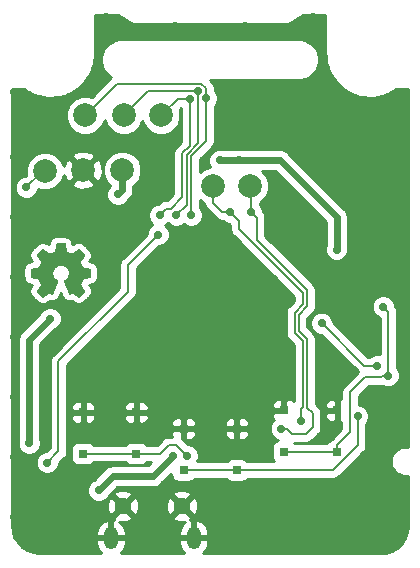
<source format=gbl>
G04 #@! TF.GenerationSoftware,KiCad,Pcbnew,5.0.2+dfsg1-1*
G04 #@! TF.CreationDate,2019-10-20T13:45:48+02:00*
G04 #@! TF.ProjectId,xling,786c696e-672e-46b6-9963-61645f706362,3.1*
G04 #@! TF.SameCoordinates,Original*
G04 #@! TF.FileFunction,Copper,L2,Bot*
G04 #@! TF.FilePolarity,Positive*
%FSLAX46Y46*%
G04 Gerber Fmt 4.6, Leading zero omitted, Abs format (unit mm)*
G04 Created by KiCad (PCBNEW 5.0.2+dfsg1-1) date Sun 20 Oct 2019 13:45:48 CEST*
%MOMM*%
%LPD*%
G01*
G04 APERTURE LIST*
G04 #@! TA.AperFunction,EtchedComponent*
%ADD10C,0.010000*%
G04 #@! TD*
G04 #@! TA.AperFunction,SMDPad,CuDef*
%ADD11R,0.800000X0.700000*%
G04 #@! TD*
G04 #@! TA.AperFunction,ComponentPad*
%ADD12O,1.200000X1.900000*%
G04 #@! TD*
G04 #@! TA.AperFunction,ComponentPad*
%ADD13C,1.450000*%
G04 #@! TD*
G04 #@! TA.AperFunction,BGAPad,CuDef*
%ADD14C,2.000000*%
G04 #@! TD*
G04 #@! TA.AperFunction,ViaPad*
%ADD15C,0.700000*%
G04 #@! TD*
G04 #@! TA.AperFunction,Conductor*
%ADD16C,0.600000*%
G04 #@! TD*
G04 #@! TA.AperFunction,Conductor*
%ADD17C,0.250000*%
G04 #@! TD*
G04 #@! TA.AperFunction,Conductor*
%ADD18C,0.200000*%
G04 #@! TD*
G04 #@! TA.AperFunction,Conductor*
%ADD19C,0.254000*%
G04 #@! TD*
G04 APERTURE END LIST*
D10*
G04 #@! TO.C,OH1*
G36*
X56946291Y-59410930D02*
X56877856Y-59411447D01*
X56816434Y-59412241D01*
X56763919Y-59413273D01*
X56722203Y-59414504D01*
X56693178Y-59415895D01*
X56678737Y-59417407D01*
X56677649Y-59417786D01*
X56673354Y-59427786D01*
X56666462Y-59453313D01*
X56657222Y-59493202D01*
X56645885Y-59546289D01*
X56632702Y-59611408D01*
X56617921Y-59687395D01*
X56604831Y-59756750D01*
X56591081Y-59829669D01*
X56577998Y-59897442D01*
X56565958Y-59958248D01*
X56555335Y-60010263D01*
X56546503Y-60051665D01*
X56539838Y-60080629D01*
X56535712Y-60095334D01*
X56534997Y-60096723D01*
X56524586Y-60102619D01*
X56501081Y-60113527D01*
X56466872Y-60128482D01*
X56424350Y-60146518D01*
X56375903Y-60166667D01*
X56323923Y-60187965D01*
X56270799Y-60209443D01*
X56218921Y-60230137D01*
X56170680Y-60249080D01*
X56128465Y-60265305D01*
X56094667Y-60277847D01*
X56071676Y-60285738D01*
X56061881Y-60288013D01*
X56061869Y-60288008D01*
X56053020Y-60282556D01*
X56031793Y-60268548D01*
X55999752Y-60247042D01*
X55958459Y-60219096D01*
X55909476Y-60185768D01*
X55854365Y-60148116D01*
X55794689Y-60107199D01*
X55780239Y-60097270D01*
X55719524Y-60055795D01*
X55662752Y-60017511D01*
X55611523Y-59983458D01*
X55567434Y-59954678D01*
X55532084Y-59932211D01*
X55507073Y-59917098D01*
X55493997Y-59910381D01*
X55492856Y-59910133D01*
X55483320Y-59915986D01*
X55463663Y-59932488D01*
X55435467Y-59958053D01*
X55400318Y-59991097D01*
X55359800Y-60030034D01*
X55315499Y-60073278D01*
X55268999Y-60119245D01*
X55221885Y-60166349D01*
X55175741Y-60213005D01*
X55132152Y-60257628D01*
X55092703Y-60298631D01*
X55058979Y-60334431D01*
X55032564Y-60363441D01*
X55015043Y-60384077D01*
X55008001Y-60394752D01*
X55007933Y-60395231D01*
X55012594Y-60405430D01*
X55025867Y-60427884D01*
X55046685Y-60460954D01*
X55073983Y-60502998D01*
X55106695Y-60552377D01*
X55143755Y-60607449D01*
X55184097Y-60666575D01*
X55186685Y-60670342D01*
X55227510Y-60729877D01*
X55265500Y-60785566D01*
X55299533Y-60835740D01*
X55328485Y-60878731D01*
X55351233Y-60912870D01*
X55366654Y-60936488D01*
X55373623Y-60947917D01*
X55373719Y-60948117D01*
X55375026Y-60955986D01*
X55373146Y-60969052D01*
X55367501Y-60988906D01*
X55357512Y-61017140D01*
X55342598Y-61055345D01*
X55322181Y-61105112D01*
X55295682Y-61168033D01*
X55281751Y-61200753D01*
X55254636Y-61263421D01*
X55229647Y-61319517D01*
X55207615Y-61367281D01*
X55189374Y-61404953D01*
X55175756Y-61430776D01*
X55167594Y-61442988D01*
X55166816Y-61443580D01*
X55155399Y-61446881D01*
X55129253Y-61452837D01*
X55090306Y-61461058D01*
X55040486Y-61471153D01*
X54981721Y-61482733D01*
X54915940Y-61495407D01*
X54845070Y-61508786D01*
X54837317Y-61510234D01*
X54756090Y-61525635D01*
X54684578Y-61539703D01*
X54624015Y-61552171D01*
X54575635Y-61562772D01*
X54540672Y-61571240D01*
X54520358Y-61577307D01*
X54515581Y-61579857D01*
X54514047Y-61590494D01*
X54512624Y-61616172D01*
X54511352Y-61654997D01*
X54510269Y-61705079D01*
X54509414Y-61764523D01*
X54508827Y-61831439D01*
X54508547Y-61903932D01*
X54508530Y-61922046D01*
X54508584Y-62007913D01*
X54508856Y-62078335D01*
X54509395Y-62134800D01*
X54510255Y-62178795D01*
X54511486Y-62211808D01*
X54513140Y-62235327D01*
X54515268Y-62250839D01*
X54517922Y-62259832D01*
X54520341Y-62263236D01*
X54531174Y-62266999D01*
X54556728Y-62273333D01*
X54595058Y-62281830D01*
X54644214Y-62292084D01*
X54702249Y-62303689D01*
X54767215Y-62316238D01*
X54835724Y-62329060D01*
X54912649Y-62343496D01*
X54981669Y-62356969D01*
X55041229Y-62369143D01*
X55089772Y-62379686D01*
X55125742Y-62388264D01*
X55147584Y-62394542D01*
X55153456Y-62397222D01*
X55160159Y-62407976D01*
X55171810Y-62431979D01*
X55187476Y-62466915D01*
X55206228Y-62510471D01*
X55227135Y-62560334D01*
X55249266Y-62614189D01*
X55271691Y-62669725D01*
X55293479Y-62724626D01*
X55313700Y-62776580D01*
X55331423Y-62823272D01*
X55345718Y-62862390D01*
X55355653Y-62891619D01*
X55360299Y-62908646D01*
X55360406Y-62911737D01*
X55354831Y-62920931D01*
X55340753Y-62942437D01*
X55319272Y-62974623D01*
X55291489Y-63015854D01*
X55258505Y-63064498D01*
X55221420Y-63118920D01*
X55182147Y-63176304D01*
X55142188Y-63234995D01*
X55105456Y-63289770D01*
X55073029Y-63338958D01*
X55045985Y-63380886D01*
X55025403Y-63413884D01*
X55012361Y-63436281D01*
X55007933Y-63446314D01*
X55013771Y-63455763D01*
X55030229Y-63475362D01*
X55055727Y-63503525D01*
X55088683Y-63538663D01*
X55127515Y-63579191D01*
X55170643Y-63623520D01*
X55216486Y-63670065D01*
X55263461Y-63717237D01*
X55309987Y-63763451D01*
X55354484Y-63807119D01*
X55395370Y-63846654D01*
X55431063Y-63880468D01*
X55459983Y-63906976D01*
X55480548Y-63924590D01*
X55491176Y-63931723D01*
X55491679Y-63931800D01*
X55501471Y-63927148D01*
X55523517Y-63913914D01*
X55556162Y-63893175D01*
X55597755Y-63866011D01*
X55646642Y-63833501D01*
X55701170Y-63796725D01*
X55757542Y-63758233D01*
X55816013Y-63718346D01*
X55870510Y-63681689D01*
X55919368Y-63649342D01*
X55960921Y-63622387D01*
X55993505Y-63601903D01*
X56015455Y-63588972D01*
X56024979Y-63584667D01*
X56037356Y-63588534D01*
X56061509Y-63599176D01*
X56094405Y-63615151D01*
X56133014Y-63635018D01*
X56150750Y-63644470D01*
X56193333Y-63666579D01*
X56230477Y-63684292D01*
X56259380Y-63696370D01*
X56277239Y-63701574D01*
X56279961Y-63701620D01*
X56284274Y-63699295D01*
X56289875Y-63692754D01*
X56297222Y-63680968D01*
X56306770Y-63662912D01*
X56318976Y-63637557D01*
X56334299Y-63603876D01*
X56353193Y-63560842D01*
X56376117Y-63507429D01*
X56403527Y-63442608D01*
X56435880Y-63365353D01*
X56473632Y-63274637D01*
X56517242Y-63169433D01*
X56524899Y-63150932D01*
X56562571Y-63059547D01*
X56598147Y-62972571D01*
X56631119Y-62891292D01*
X56660977Y-62816997D01*
X56687212Y-62750977D01*
X56709313Y-62694517D01*
X56726772Y-62648906D01*
X56739080Y-62615433D01*
X56745726Y-62595386D01*
X56746732Y-62590016D01*
X56738085Y-62580162D01*
X56718461Y-62563379D01*
X56690943Y-62542171D01*
X56664378Y-62523049D01*
X56594120Y-62471285D01*
X56536745Y-62422385D01*
X56489328Y-62373138D01*
X56448946Y-62320329D01*
X56412675Y-62260745D01*
X56394894Y-62226864D01*
X56355073Y-62129481D01*
X56331206Y-62028931D01*
X56323034Y-61926922D01*
X56330295Y-61825164D01*
X56352728Y-61725366D01*
X56390073Y-61629237D01*
X56442068Y-61538485D01*
X56508454Y-61454821D01*
X56513559Y-61449353D01*
X56592970Y-61376723D01*
X56681653Y-61317703D01*
X56780743Y-61271592D01*
X56828565Y-61255012D01*
X56856444Y-61246958D01*
X56882724Y-61241387D01*
X56911576Y-61237865D01*
X56947170Y-61235956D01*
X56993677Y-61235226D01*
X57018767Y-61235167D01*
X57071474Y-61235517D01*
X57111440Y-61236860D01*
X57142845Y-61239630D01*
X57169872Y-61244263D01*
X57196703Y-61251194D01*
X57209267Y-61255004D01*
X57312590Y-61295676D01*
X57406398Y-61349817D01*
X57489717Y-61416606D01*
X57561575Y-61495223D01*
X57620998Y-61584846D01*
X57637452Y-61616167D01*
X57671739Y-61694262D01*
X57694276Y-61768211D01*
X57706567Y-61844406D01*
X57710121Y-61925200D01*
X57702023Y-62033649D01*
X57678013Y-62137109D01*
X57638520Y-62234517D01*
X57583973Y-62324813D01*
X57516407Y-62405292D01*
X57486099Y-62433618D01*
X57446729Y-62466653D01*
X57403419Y-62500421D01*
X57361294Y-62530947D01*
X57325476Y-62554257D01*
X57321102Y-62556806D01*
X57301613Y-62571642D01*
X57289880Y-62587440D01*
X57289125Y-62589748D01*
X57291546Y-62600870D01*
X57300265Y-62626722D01*
X57314946Y-62666452D01*
X57335254Y-62719211D01*
X57360854Y-62784145D01*
X57391411Y-62860406D01*
X57426590Y-62947142D01*
X57466055Y-63043502D01*
X57505120Y-63138132D01*
X57542500Y-63228302D01*
X57578143Y-63314144D01*
X57611495Y-63394332D01*
X57642001Y-63467542D01*
X57669109Y-63532448D01*
X57692263Y-63587723D01*
X57710910Y-63632043D01*
X57724497Y-63664083D01*
X57732468Y-63682516D01*
X57734244Y-63686349D01*
X57747966Y-63699861D01*
X57759315Y-63703200D01*
X57772169Y-63699324D01*
X57796758Y-63688659D01*
X57830017Y-63672646D01*
X57868882Y-63652728D01*
X57886929Y-63643121D01*
X57936610Y-63617320D01*
X57975806Y-63598983D01*
X58003207Y-63588679D01*
X58016629Y-63586729D01*
X58028533Y-63592449D01*
X58052103Y-63606500D01*
X58085152Y-63627477D01*
X58125490Y-63653974D01*
X58170931Y-63684586D01*
X58199867Y-63704435D01*
X58278062Y-63758371D01*
X58343529Y-63803359D01*
X58397413Y-63840154D01*
X58440865Y-63869510D01*
X58475031Y-63892182D01*
X58501061Y-63908926D01*
X58520102Y-63920496D01*
X58533302Y-63927647D01*
X58541809Y-63931134D01*
X58545687Y-63931800D01*
X58554465Y-63925999D01*
X58573774Y-63909463D01*
X58602233Y-63883495D01*
X58638464Y-63849396D01*
X58681086Y-63808467D01*
X58728720Y-63762011D01*
X58779984Y-63711329D01*
X58790115Y-63701236D01*
X58841773Y-63649450D01*
X58889649Y-63600971D01*
X58932405Y-63557187D01*
X58968705Y-63519491D01*
X58997212Y-63489272D01*
X59016588Y-63467920D01*
X59025498Y-63456827D01*
X59025889Y-63456022D01*
X59027388Y-63451060D01*
X59027912Y-63445989D01*
X59026608Y-63439434D01*
X59022623Y-63430021D01*
X59015105Y-63416375D01*
X59003200Y-63397121D01*
X58986058Y-63370885D01*
X58962824Y-63336292D01*
X58932647Y-63291967D01*
X58894673Y-63236535D01*
X58848051Y-63168623D01*
X58843807Y-63162443D01*
X58804397Y-63104709D01*
X58768224Y-63051064D01*
X58736377Y-63003177D01*
X58709947Y-62962714D01*
X58690024Y-62931343D01*
X58677698Y-62910730D01*
X58674000Y-62902783D01*
X58677048Y-62892118D01*
X58685683Y-62867760D01*
X58699142Y-62831711D01*
X58716662Y-62785975D01*
X58737480Y-62732556D01*
X58760832Y-62673457D01*
X58772509Y-62644179D01*
X58802071Y-62570857D01*
X58826324Y-62512085D01*
X58845873Y-62466545D01*
X58861323Y-62432920D01*
X58873278Y-62409891D01*
X58882342Y-62396142D01*
X58888926Y-62390432D01*
X58901191Y-62387202D01*
X58928106Y-62381349D01*
X58967662Y-62373271D01*
X59017847Y-62363366D01*
X59076651Y-62352030D01*
X59142062Y-62339662D01*
X59206465Y-62327690D01*
X59275865Y-62314694D01*
X59340217Y-62302258D01*
X59397565Y-62290789D01*
X59445950Y-62280696D01*
X59483415Y-62272387D01*
X59508002Y-62266268D01*
X59517615Y-62262886D01*
X59520611Y-62257601D01*
X59523064Y-62246235D01*
X59525024Y-62227352D01*
X59526538Y-62199515D01*
X59527655Y-62161286D01*
X59528423Y-62111227D01*
X59528890Y-62047902D01*
X59529105Y-61969873D01*
X59529133Y-61920125D01*
X59529133Y-61586924D01*
X59510083Y-61575171D01*
X59497604Y-61571001D01*
X59470439Y-61564287D01*
X59430574Y-61555444D01*
X59379996Y-61544887D01*
X59320693Y-61533029D01*
X59254651Y-61520286D01*
X59183857Y-61507071D01*
X59182000Y-61506731D01*
X59111540Y-61493584D01*
X59046153Y-61480957D01*
X58987758Y-61469254D01*
X58938273Y-61458877D01*
X58899616Y-61450228D01*
X58873706Y-61443711D01*
X58862461Y-61439729D01*
X58862325Y-61439611D01*
X58856183Y-61429169D01*
X58844630Y-61405511D01*
X58828704Y-61371048D01*
X58809443Y-61328188D01*
X58787882Y-61279344D01*
X58765060Y-61226923D01*
X58742014Y-61173337D01*
X58719781Y-61120996D01*
X58699397Y-61072309D01*
X58681900Y-61029686D01*
X58668328Y-60995539D01*
X58659717Y-60972275D01*
X58657067Y-60962657D01*
X58661721Y-60952959D01*
X58674982Y-60930954D01*
X58695800Y-60898249D01*
X58723126Y-60856445D01*
X58755910Y-60807148D01*
X58793100Y-60751961D01*
X58833648Y-60692489D01*
X58840096Y-60683092D01*
X58881253Y-60622897D01*
X58919408Y-60566584D01*
X58953477Y-60515790D01*
X58982380Y-60472148D01*
X59005035Y-60437293D01*
X59020361Y-60412860D01*
X59027276Y-60400484D01*
X59027511Y-60399808D01*
X59026243Y-60392966D01*
X59019309Y-60381447D01*
X59005804Y-60364259D01*
X58984824Y-60340415D01*
X58955465Y-60308924D01*
X58916820Y-60268797D01*
X58867986Y-60219044D01*
X58808059Y-60158676D01*
X58796001Y-60146583D01*
X58735970Y-60086815D01*
X58682406Y-60034298D01*
X58636219Y-59989886D01*
X58598323Y-59954436D01*
X58569627Y-59928803D01*
X58551043Y-59913843D01*
X58544124Y-59910133D01*
X58533733Y-59914788D01*
X58511072Y-59928046D01*
X58477777Y-59948851D01*
X58435485Y-59976145D01*
X58385833Y-60008871D01*
X58330456Y-60045970D01*
X58270991Y-60086386D01*
X58264523Y-60090816D01*
X58204499Y-60131881D01*
X58148296Y-60170191D01*
X58097578Y-60204622D01*
X58054008Y-60234050D01*
X58019252Y-60257352D01*
X57994974Y-60273402D01*
X57982839Y-60281078D01*
X57982413Y-60281312D01*
X57974991Y-60283569D01*
X57964101Y-60283241D01*
X57947901Y-60279719D01*
X57924553Y-60272391D01*
X57892214Y-60260646D01*
X57849045Y-60243873D01*
X57793205Y-60221463D01*
X57753813Y-60205448D01*
X57684056Y-60176969D01*
X57628353Y-60154072D01*
X57585066Y-60135970D01*
X57552560Y-60121877D01*
X57529197Y-60111005D01*
X57513341Y-60102567D01*
X57503357Y-60095777D01*
X57497606Y-60089847D01*
X57494453Y-60083990D01*
X57493091Y-60080068D01*
X57490400Y-60068227D01*
X57485011Y-60041676D01*
X57477299Y-60002358D01*
X57467639Y-59952215D01*
X57456403Y-59893190D01*
X57443966Y-59827225D01*
X57430702Y-59756264D01*
X57429341Y-59748948D01*
X57415913Y-59677802D01*
X57403053Y-59611665D01*
X57391160Y-59552444D01*
X57380633Y-59502047D01*
X57371873Y-59462380D01*
X57365278Y-59435354D01*
X57361249Y-59422874D01*
X57360980Y-59422472D01*
X57355930Y-59419395D01*
X57345395Y-59416881D01*
X57327894Y-59414878D01*
X57301945Y-59413336D01*
X57266067Y-59412203D01*
X57218780Y-59411428D01*
X57158601Y-59410961D01*
X57084050Y-59410751D01*
X57019847Y-59410729D01*
X56946291Y-59410930D01*
X56946291Y-59410930D01*
G37*
X56946291Y-59410930D02*
X56877856Y-59411447D01*
X56816434Y-59412241D01*
X56763919Y-59413273D01*
X56722203Y-59414504D01*
X56693178Y-59415895D01*
X56678737Y-59417407D01*
X56677649Y-59417786D01*
X56673354Y-59427786D01*
X56666462Y-59453313D01*
X56657222Y-59493202D01*
X56645885Y-59546289D01*
X56632702Y-59611408D01*
X56617921Y-59687395D01*
X56604831Y-59756750D01*
X56591081Y-59829669D01*
X56577998Y-59897442D01*
X56565958Y-59958248D01*
X56555335Y-60010263D01*
X56546503Y-60051665D01*
X56539838Y-60080629D01*
X56535712Y-60095334D01*
X56534997Y-60096723D01*
X56524586Y-60102619D01*
X56501081Y-60113527D01*
X56466872Y-60128482D01*
X56424350Y-60146518D01*
X56375903Y-60166667D01*
X56323923Y-60187965D01*
X56270799Y-60209443D01*
X56218921Y-60230137D01*
X56170680Y-60249080D01*
X56128465Y-60265305D01*
X56094667Y-60277847D01*
X56071676Y-60285738D01*
X56061881Y-60288013D01*
X56061869Y-60288008D01*
X56053020Y-60282556D01*
X56031793Y-60268548D01*
X55999752Y-60247042D01*
X55958459Y-60219096D01*
X55909476Y-60185768D01*
X55854365Y-60148116D01*
X55794689Y-60107199D01*
X55780239Y-60097270D01*
X55719524Y-60055795D01*
X55662752Y-60017511D01*
X55611523Y-59983458D01*
X55567434Y-59954678D01*
X55532084Y-59932211D01*
X55507073Y-59917098D01*
X55493997Y-59910381D01*
X55492856Y-59910133D01*
X55483320Y-59915986D01*
X55463663Y-59932488D01*
X55435467Y-59958053D01*
X55400318Y-59991097D01*
X55359800Y-60030034D01*
X55315499Y-60073278D01*
X55268999Y-60119245D01*
X55221885Y-60166349D01*
X55175741Y-60213005D01*
X55132152Y-60257628D01*
X55092703Y-60298631D01*
X55058979Y-60334431D01*
X55032564Y-60363441D01*
X55015043Y-60384077D01*
X55008001Y-60394752D01*
X55007933Y-60395231D01*
X55012594Y-60405430D01*
X55025867Y-60427884D01*
X55046685Y-60460954D01*
X55073983Y-60502998D01*
X55106695Y-60552377D01*
X55143755Y-60607449D01*
X55184097Y-60666575D01*
X55186685Y-60670342D01*
X55227510Y-60729877D01*
X55265500Y-60785566D01*
X55299533Y-60835740D01*
X55328485Y-60878731D01*
X55351233Y-60912870D01*
X55366654Y-60936488D01*
X55373623Y-60947917D01*
X55373719Y-60948117D01*
X55375026Y-60955986D01*
X55373146Y-60969052D01*
X55367501Y-60988906D01*
X55357512Y-61017140D01*
X55342598Y-61055345D01*
X55322181Y-61105112D01*
X55295682Y-61168033D01*
X55281751Y-61200753D01*
X55254636Y-61263421D01*
X55229647Y-61319517D01*
X55207615Y-61367281D01*
X55189374Y-61404953D01*
X55175756Y-61430776D01*
X55167594Y-61442988D01*
X55166816Y-61443580D01*
X55155399Y-61446881D01*
X55129253Y-61452837D01*
X55090306Y-61461058D01*
X55040486Y-61471153D01*
X54981721Y-61482733D01*
X54915940Y-61495407D01*
X54845070Y-61508786D01*
X54837317Y-61510234D01*
X54756090Y-61525635D01*
X54684578Y-61539703D01*
X54624015Y-61552171D01*
X54575635Y-61562772D01*
X54540672Y-61571240D01*
X54520358Y-61577307D01*
X54515581Y-61579857D01*
X54514047Y-61590494D01*
X54512624Y-61616172D01*
X54511352Y-61654997D01*
X54510269Y-61705079D01*
X54509414Y-61764523D01*
X54508827Y-61831439D01*
X54508547Y-61903932D01*
X54508530Y-61922046D01*
X54508584Y-62007913D01*
X54508856Y-62078335D01*
X54509395Y-62134800D01*
X54510255Y-62178795D01*
X54511486Y-62211808D01*
X54513140Y-62235327D01*
X54515268Y-62250839D01*
X54517922Y-62259832D01*
X54520341Y-62263236D01*
X54531174Y-62266999D01*
X54556728Y-62273333D01*
X54595058Y-62281830D01*
X54644214Y-62292084D01*
X54702249Y-62303689D01*
X54767215Y-62316238D01*
X54835724Y-62329060D01*
X54912649Y-62343496D01*
X54981669Y-62356969D01*
X55041229Y-62369143D01*
X55089772Y-62379686D01*
X55125742Y-62388264D01*
X55147584Y-62394542D01*
X55153456Y-62397222D01*
X55160159Y-62407976D01*
X55171810Y-62431979D01*
X55187476Y-62466915D01*
X55206228Y-62510471D01*
X55227135Y-62560334D01*
X55249266Y-62614189D01*
X55271691Y-62669725D01*
X55293479Y-62724626D01*
X55313700Y-62776580D01*
X55331423Y-62823272D01*
X55345718Y-62862390D01*
X55355653Y-62891619D01*
X55360299Y-62908646D01*
X55360406Y-62911737D01*
X55354831Y-62920931D01*
X55340753Y-62942437D01*
X55319272Y-62974623D01*
X55291489Y-63015854D01*
X55258505Y-63064498D01*
X55221420Y-63118920D01*
X55182147Y-63176304D01*
X55142188Y-63234995D01*
X55105456Y-63289770D01*
X55073029Y-63338958D01*
X55045985Y-63380886D01*
X55025403Y-63413884D01*
X55012361Y-63436281D01*
X55007933Y-63446314D01*
X55013771Y-63455763D01*
X55030229Y-63475362D01*
X55055727Y-63503525D01*
X55088683Y-63538663D01*
X55127515Y-63579191D01*
X55170643Y-63623520D01*
X55216486Y-63670065D01*
X55263461Y-63717237D01*
X55309987Y-63763451D01*
X55354484Y-63807119D01*
X55395370Y-63846654D01*
X55431063Y-63880468D01*
X55459983Y-63906976D01*
X55480548Y-63924590D01*
X55491176Y-63931723D01*
X55491679Y-63931800D01*
X55501471Y-63927148D01*
X55523517Y-63913914D01*
X55556162Y-63893175D01*
X55597755Y-63866011D01*
X55646642Y-63833501D01*
X55701170Y-63796725D01*
X55757542Y-63758233D01*
X55816013Y-63718346D01*
X55870510Y-63681689D01*
X55919368Y-63649342D01*
X55960921Y-63622387D01*
X55993505Y-63601903D01*
X56015455Y-63588972D01*
X56024979Y-63584667D01*
X56037356Y-63588534D01*
X56061509Y-63599176D01*
X56094405Y-63615151D01*
X56133014Y-63635018D01*
X56150750Y-63644470D01*
X56193333Y-63666579D01*
X56230477Y-63684292D01*
X56259380Y-63696370D01*
X56277239Y-63701574D01*
X56279961Y-63701620D01*
X56284274Y-63699295D01*
X56289875Y-63692754D01*
X56297222Y-63680968D01*
X56306770Y-63662912D01*
X56318976Y-63637557D01*
X56334299Y-63603876D01*
X56353193Y-63560842D01*
X56376117Y-63507429D01*
X56403527Y-63442608D01*
X56435880Y-63365353D01*
X56473632Y-63274637D01*
X56517242Y-63169433D01*
X56524899Y-63150932D01*
X56562571Y-63059547D01*
X56598147Y-62972571D01*
X56631119Y-62891292D01*
X56660977Y-62816997D01*
X56687212Y-62750977D01*
X56709313Y-62694517D01*
X56726772Y-62648906D01*
X56739080Y-62615433D01*
X56745726Y-62595386D01*
X56746732Y-62590016D01*
X56738085Y-62580162D01*
X56718461Y-62563379D01*
X56690943Y-62542171D01*
X56664378Y-62523049D01*
X56594120Y-62471285D01*
X56536745Y-62422385D01*
X56489328Y-62373138D01*
X56448946Y-62320329D01*
X56412675Y-62260745D01*
X56394894Y-62226864D01*
X56355073Y-62129481D01*
X56331206Y-62028931D01*
X56323034Y-61926922D01*
X56330295Y-61825164D01*
X56352728Y-61725366D01*
X56390073Y-61629237D01*
X56442068Y-61538485D01*
X56508454Y-61454821D01*
X56513559Y-61449353D01*
X56592970Y-61376723D01*
X56681653Y-61317703D01*
X56780743Y-61271592D01*
X56828565Y-61255012D01*
X56856444Y-61246958D01*
X56882724Y-61241387D01*
X56911576Y-61237865D01*
X56947170Y-61235956D01*
X56993677Y-61235226D01*
X57018767Y-61235167D01*
X57071474Y-61235517D01*
X57111440Y-61236860D01*
X57142845Y-61239630D01*
X57169872Y-61244263D01*
X57196703Y-61251194D01*
X57209267Y-61255004D01*
X57312590Y-61295676D01*
X57406398Y-61349817D01*
X57489717Y-61416606D01*
X57561575Y-61495223D01*
X57620998Y-61584846D01*
X57637452Y-61616167D01*
X57671739Y-61694262D01*
X57694276Y-61768211D01*
X57706567Y-61844406D01*
X57710121Y-61925200D01*
X57702023Y-62033649D01*
X57678013Y-62137109D01*
X57638520Y-62234517D01*
X57583973Y-62324813D01*
X57516407Y-62405292D01*
X57486099Y-62433618D01*
X57446729Y-62466653D01*
X57403419Y-62500421D01*
X57361294Y-62530947D01*
X57325476Y-62554257D01*
X57321102Y-62556806D01*
X57301613Y-62571642D01*
X57289880Y-62587440D01*
X57289125Y-62589748D01*
X57291546Y-62600870D01*
X57300265Y-62626722D01*
X57314946Y-62666452D01*
X57335254Y-62719211D01*
X57360854Y-62784145D01*
X57391411Y-62860406D01*
X57426590Y-62947142D01*
X57466055Y-63043502D01*
X57505120Y-63138132D01*
X57542500Y-63228302D01*
X57578143Y-63314144D01*
X57611495Y-63394332D01*
X57642001Y-63467542D01*
X57669109Y-63532448D01*
X57692263Y-63587723D01*
X57710910Y-63632043D01*
X57724497Y-63664083D01*
X57732468Y-63682516D01*
X57734244Y-63686349D01*
X57747966Y-63699861D01*
X57759315Y-63703200D01*
X57772169Y-63699324D01*
X57796758Y-63688659D01*
X57830017Y-63672646D01*
X57868882Y-63652728D01*
X57886929Y-63643121D01*
X57936610Y-63617320D01*
X57975806Y-63598983D01*
X58003207Y-63588679D01*
X58016629Y-63586729D01*
X58028533Y-63592449D01*
X58052103Y-63606500D01*
X58085152Y-63627477D01*
X58125490Y-63653974D01*
X58170931Y-63684586D01*
X58199867Y-63704435D01*
X58278062Y-63758371D01*
X58343529Y-63803359D01*
X58397413Y-63840154D01*
X58440865Y-63869510D01*
X58475031Y-63892182D01*
X58501061Y-63908926D01*
X58520102Y-63920496D01*
X58533302Y-63927647D01*
X58541809Y-63931134D01*
X58545687Y-63931800D01*
X58554465Y-63925999D01*
X58573774Y-63909463D01*
X58602233Y-63883495D01*
X58638464Y-63849396D01*
X58681086Y-63808467D01*
X58728720Y-63762011D01*
X58779984Y-63711329D01*
X58790115Y-63701236D01*
X58841773Y-63649450D01*
X58889649Y-63600971D01*
X58932405Y-63557187D01*
X58968705Y-63519491D01*
X58997212Y-63489272D01*
X59016588Y-63467920D01*
X59025498Y-63456827D01*
X59025889Y-63456022D01*
X59027388Y-63451060D01*
X59027912Y-63445989D01*
X59026608Y-63439434D01*
X59022623Y-63430021D01*
X59015105Y-63416375D01*
X59003200Y-63397121D01*
X58986058Y-63370885D01*
X58962824Y-63336292D01*
X58932647Y-63291967D01*
X58894673Y-63236535D01*
X58848051Y-63168623D01*
X58843807Y-63162443D01*
X58804397Y-63104709D01*
X58768224Y-63051064D01*
X58736377Y-63003177D01*
X58709947Y-62962714D01*
X58690024Y-62931343D01*
X58677698Y-62910730D01*
X58674000Y-62902783D01*
X58677048Y-62892118D01*
X58685683Y-62867760D01*
X58699142Y-62831711D01*
X58716662Y-62785975D01*
X58737480Y-62732556D01*
X58760832Y-62673457D01*
X58772509Y-62644179D01*
X58802071Y-62570857D01*
X58826324Y-62512085D01*
X58845873Y-62466545D01*
X58861323Y-62432920D01*
X58873278Y-62409891D01*
X58882342Y-62396142D01*
X58888926Y-62390432D01*
X58901191Y-62387202D01*
X58928106Y-62381349D01*
X58967662Y-62373271D01*
X59017847Y-62363366D01*
X59076651Y-62352030D01*
X59142062Y-62339662D01*
X59206465Y-62327690D01*
X59275865Y-62314694D01*
X59340217Y-62302258D01*
X59397565Y-62290789D01*
X59445950Y-62280696D01*
X59483415Y-62272387D01*
X59508002Y-62266268D01*
X59517615Y-62262886D01*
X59520611Y-62257601D01*
X59523064Y-62246235D01*
X59525024Y-62227352D01*
X59526538Y-62199515D01*
X59527655Y-62161286D01*
X59528423Y-62111227D01*
X59528890Y-62047902D01*
X59529105Y-61969873D01*
X59529133Y-61920125D01*
X59529133Y-61586924D01*
X59510083Y-61575171D01*
X59497604Y-61571001D01*
X59470439Y-61564287D01*
X59430574Y-61555444D01*
X59379996Y-61544887D01*
X59320693Y-61533029D01*
X59254651Y-61520286D01*
X59183857Y-61507071D01*
X59182000Y-61506731D01*
X59111540Y-61493584D01*
X59046153Y-61480957D01*
X58987758Y-61469254D01*
X58938273Y-61458877D01*
X58899616Y-61450228D01*
X58873706Y-61443711D01*
X58862461Y-61439729D01*
X58862325Y-61439611D01*
X58856183Y-61429169D01*
X58844630Y-61405511D01*
X58828704Y-61371048D01*
X58809443Y-61328188D01*
X58787882Y-61279344D01*
X58765060Y-61226923D01*
X58742014Y-61173337D01*
X58719781Y-61120996D01*
X58699397Y-61072309D01*
X58681900Y-61029686D01*
X58668328Y-60995539D01*
X58659717Y-60972275D01*
X58657067Y-60962657D01*
X58661721Y-60952959D01*
X58674982Y-60930954D01*
X58695800Y-60898249D01*
X58723126Y-60856445D01*
X58755910Y-60807148D01*
X58793100Y-60751961D01*
X58833648Y-60692489D01*
X58840096Y-60683092D01*
X58881253Y-60622897D01*
X58919408Y-60566584D01*
X58953477Y-60515790D01*
X58982380Y-60472148D01*
X59005035Y-60437293D01*
X59020361Y-60412860D01*
X59027276Y-60400484D01*
X59027511Y-60399808D01*
X59026243Y-60392966D01*
X59019309Y-60381447D01*
X59005804Y-60364259D01*
X58984824Y-60340415D01*
X58955465Y-60308924D01*
X58916820Y-60268797D01*
X58867986Y-60219044D01*
X58808059Y-60158676D01*
X58796001Y-60146583D01*
X58735970Y-60086815D01*
X58682406Y-60034298D01*
X58636219Y-59989886D01*
X58598323Y-59954436D01*
X58569627Y-59928803D01*
X58551043Y-59913843D01*
X58544124Y-59910133D01*
X58533733Y-59914788D01*
X58511072Y-59928046D01*
X58477777Y-59948851D01*
X58435485Y-59976145D01*
X58385833Y-60008871D01*
X58330456Y-60045970D01*
X58270991Y-60086386D01*
X58264523Y-60090816D01*
X58204499Y-60131881D01*
X58148296Y-60170191D01*
X58097578Y-60204622D01*
X58054008Y-60234050D01*
X58019252Y-60257352D01*
X57994974Y-60273402D01*
X57982839Y-60281078D01*
X57982413Y-60281312D01*
X57974991Y-60283569D01*
X57964101Y-60283241D01*
X57947901Y-60279719D01*
X57924553Y-60272391D01*
X57892214Y-60260646D01*
X57849045Y-60243873D01*
X57793205Y-60221463D01*
X57753813Y-60205448D01*
X57684056Y-60176969D01*
X57628353Y-60154072D01*
X57585066Y-60135970D01*
X57552560Y-60121877D01*
X57529197Y-60111005D01*
X57513341Y-60102567D01*
X57503357Y-60095777D01*
X57497606Y-60089847D01*
X57494453Y-60083990D01*
X57493091Y-60080068D01*
X57490400Y-60068227D01*
X57485011Y-60041676D01*
X57477299Y-60002358D01*
X57467639Y-59952215D01*
X57456403Y-59893190D01*
X57443966Y-59827225D01*
X57430702Y-59756264D01*
X57429341Y-59748948D01*
X57415913Y-59677802D01*
X57403053Y-59611665D01*
X57391160Y-59552444D01*
X57380633Y-59502047D01*
X57371873Y-59462380D01*
X57365278Y-59435354D01*
X57361249Y-59422874D01*
X57360980Y-59422472D01*
X57355930Y-59419395D01*
X57345395Y-59416881D01*
X57327894Y-59414878D01*
X57301945Y-59413336D01*
X57266067Y-59412203D01*
X57218780Y-59411428D01*
X57158601Y-59410961D01*
X57084050Y-59410751D01*
X57019847Y-59410729D01*
X56946291Y-59410930D01*
G04 #@! TD*
D11*
G04 #@! TO.P,SW1,2*
G04 #@! TO.N,GND*
X80432000Y-73560000D03*
X75932000Y-73560000D03*
G04 #@! TO.P,SW1,1*
G04 #@! TO.N,Net-(R5-Pad1)*
X80432000Y-77060000D03*
X75932000Y-77060000D03*
G04 #@! TD*
G04 #@! TO.P,SW2,2*
G04 #@! TO.N,GND*
X71932000Y-75110000D03*
X67432000Y-75110000D03*
G04 #@! TO.P,SW2,1*
G04 #@! TO.N,Net-(R6-Pad1)*
X71932000Y-78610000D03*
X67432000Y-78610000D03*
G04 #@! TD*
G04 #@! TO.P,SW3,2*
G04 #@! TO.N,GND*
X63432000Y-73710000D03*
X58932000Y-73710000D03*
G04 #@! TO.P,SW3,1*
G04 #@! TO.N,Net-(R10-Pad2)*
X63432000Y-77210000D03*
X58932000Y-77210000D03*
G04 #@! TD*
D12*
G04 #@! TO.P,J2,6*
G04 #@! TO.N,GND*
X68282000Y-84347500D03*
X61282000Y-84347500D03*
D13*
X67282000Y-81647500D03*
X62282000Y-81647500D03*
G04 #@! TD*
D14*
G04 #@! TO.P,TP1,1*
G04 #@! TO.N,+3V3*
X62230000Y-53213000D03*
G04 #@! TD*
G04 #@! TO.P,TP2,1*
G04 #@! TO.N,/BAT*
X55689500Y-53276500D03*
G04 #@! TD*
G04 #@! TO.P,TP5,1*
G04 #@! TO.N,GND*
X58928000Y-53213000D03*
G04 #@! TD*
G04 #@! TO.P,TP3,1*
G04 #@! TO.N,SCK*
X69913500Y-54546500D03*
G04 #@! TD*
G04 #@! TO.P,TP4,1*
G04 #@! TO.N,MOSI*
X73025000Y-54546500D03*
G04 #@! TD*
G04 #@! TO.P,TP6,1*
G04 #@! TO.N,OLED_CS*
X65532000Y-48577500D03*
G04 #@! TD*
G04 #@! TO.P,TP7,1*
G04 #@! TO.N,OLED_DC*
X59118500Y-48577500D03*
G04 #@! TD*
G04 #@! TO.P,TP8,1*
G04 #@! TO.N,OLED_RST*
X62357000Y-48577500D03*
G04 #@! TD*
D15*
G04 #@! TO.N,+3V3*
X60248800Y-80314800D03*
X66548000Y-77419200D03*
X80391000Y-59944000D03*
X70485000Y-52387500D03*
X72136000Y-52387500D03*
X61874500Y-55255500D03*
G04 #@! TO.N,GND*
X70485000Y-63119000D03*
X75057000Y-62420500D03*
X76517500Y-68262500D03*
X70929500Y-69151500D03*
X78359000Y-40259000D03*
X69900800Y-73355200D03*
X53086000Y-57150000D03*
X53086000Y-62230000D03*
X53086000Y-67310000D03*
X53086000Y-72390000D03*
X53086000Y-77470000D03*
X53086000Y-82550000D03*
X57277000Y-85344000D03*
X53086000Y-52070000D03*
X53086000Y-46609000D03*
X60833000Y-40259000D03*
X80111600Y-45872400D03*
X86207600Y-46634400D03*
X72644000Y-41021000D03*
X66675000Y-41021000D03*
X86233000Y-50800000D03*
X86233000Y-66040000D03*
X86233000Y-71120000D03*
X86233000Y-76200000D03*
X86233000Y-80010000D03*
X72390000Y-85344000D03*
X66192400Y-79857600D03*
X65341500Y-69532500D03*
X81534000Y-65913000D03*
X73914000Y-75133200D03*
X85217000Y-85090000D03*
X86233000Y-60960000D03*
X86233000Y-55880000D03*
X81788000Y-61595000D03*
X63373000Y-59182000D03*
X63754000Y-64516000D03*
X60198000Y-68834000D03*
X59499500Y-45529500D03*
G04 #@! TO.N,Net-(R6-Pad1)*
X82169000Y-74041000D03*
G04 #@! TO.N,Net-(L2-Pad1)*
X56134000Y-65786000D03*
X54356000Y-76327000D03*
G04 #@! TO.N,Net-(R5-Pad1)*
X84328000Y-64770000D03*
X84772500Y-70612000D03*
G04 #@! TO.N,Net-(R10-Pad2)*
X67716400Y-77419200D03*
G04 #@! TO.N,Net-(C1-Pad1)*
X65278000Y-58674000D03*
X55880000Y-77978000D03*
G04 #@! TO.N,BTN2*
X79121000Y-66167000D03*
X83820000Y-69786500D03*
G04 #@! TO.N,MOSI*
X75692000Y-75120500D03*
X73152000Y-56769000D03*
G04 #@! TO.N,SCK*
X77343000Y-74422000D03*
X71374000Y-56769000D03*
G04 #@! TO.N,OLED_RST*
X66802000Y-57023000D03*
X68643500Y-46482000D03*
G04 #@! TO.N,OLED_CS*
X65405000Y-57023000D03*
X67945000Y-47180500D03*
G04 #@! TO.N,/BAT*
X54118000Y-54657500D03*
G04 #@! TO.N,OLED_DC*
X68072000Y-57023000D03*
X69342000Y-47117000D03*
G04 #@! TD*
D16*
G04 #@! TO.N,+3V3*
X61417200Y-79146400D02*
X60248800Y-80314800D01*
X66548000Y-77419200D02*
X64820800Y-79146400D01*
X64820800Y-79146400D02*
X61417200Y-79146400D01*
X80391000Y-59944000D02*
X80391000Y-57213500D01*
X80391000Y-57213500D02*
X75565000Y-52387500D01*
X75565000Y-52387500D02*
X70485000Y-52387500D01*
X62230000Y-54900000D02*
X61874500Y-55255500D01*
X62230000Y-53213000D02*
X62230000Y-54900000D01*
D17*
G04 #@! TO.N,GND*
X58882000Y-73710000D02*
X58932000Y-73710000D01*
D18*
G04 #@! TO.N,Net-(R6-Pad1)*
X68032000Y-78610000D02*
X71932000Y-78610000D01*
X67432000Y-78610000D02*
X68032000Y-78610000D01*
X82169000Y-76523002D02*
X80079002Y-78613000D01*
X82169000Y-74041000D02*
X82169000Y-76523002D01*
X80076002Y-78610000D02*
X71932000Y-78610000D01*
X80079002Y-78613000D02*
X80076002Y-78610000D01*
D16*
G04 #@! TO.N,Net-(L2-Pad1)*
X54356000Y-67564000D02*
X54356000Y-76327000D01*
X56134000Y-65786000D02*
X54356000Y-67564000D01*
D18*
G04 #@! TO.N,Net-(R5-Pad1)*
X75932000Y-77060000D02*
X80432000Y-77060000D01*
X80432000Y-77060000D02*
X80482000Y-77060000D01*
X80432000Y-76510000D02*
X80432000Y-77060000D01*
X81534000Y-75408000D02*
X80432000Y-76510000D01*
X81534000Y-72009000D02*
X81534000Y-75408000D01*
X84150526Y-70739000D02*
X82804000Y-70739000D01*
X84277526Y-70612000D02*
X84150526Y-70739000D01*
X84772500Y-70612000D02*
X84277526Y-70612000D01*
X82804000Y-70739000D02*
X81534000Y-72009000D01*
X84772500Y-65214500D02*
X84328000Y-64770000D01*
X84772500Y-70612000D02*
X84772500Y-65214500D01*
G04 #@! TO.N,Net-(R10-Pad2)*
X59532000Y-77210000D02*
X63432000Y-77210000D01*
X58932000Y-77210000D02*
X59532000Y-77210000D01*
X66814700Y-76517500D02*
X67716400Y-77419200D01*
X65474500Y-77210000D02*
X66167000Y-76517500D01*
X66167000Y-76517500D02*
X66814700Y-76517500D01*
X63432000Y-77210000D02*
X65474500Y-77210000D01*
G04 #@! TO.N,Net-(C1-Pad1)*
X62738000Y-63500000D02*
X62738000Y-61214000D01*
X62738000Y-61214000D02*
X65278000Y-58674000D01*
X56832500Y-69405500D02*
X62738000Y-63500000D01*
X55880000Y-77978000D02*
X56832500Y-77025500D01*
X56832500Y-77025500D02*
X56832500Y-69405500D01*
G04 #@! TO.N,BTN2*
X82740500Y-69786500D02*
X83820000Y-69786500D01*
X79121000Y-66167000D02*
X82740500Y-69786500D01*
G04 #@! TO.N,MOSI*
X76186974Y-75120500D02*
X75692000Y-75120500D01*
X76631474Y-75565000D02*
X76186974Y-75120500D01*
X77883510Y-63373000D02*
X77883510Y-64737490D01*
X77883510Y-64737490D02*
X77185010Y-65435990D01*
X73614001Y-57231001D02*
X73614001Y-59103491D01*
X73614001Y-59103491D02*
X77883510Y-63373000D01*
X78359000Y-74993500D02*
X77787500Y-75565000D01*
X77787500Y-75565000D02*
X76631474Y-75565000D01*
X73152000Y-56769000D02*
X73614001Y-57231001D01*
X77185010Y-65435990D02*
X77185010Y-66802000D01*
X77185010Y-66802000D02*
X77883510Y-67500500D01*
X77883510Y-73311510D02*
X78359000Y-73787000D01*
X77883510Y-67500500D02*
X77883510Y-73311510D01*
X78359000Y-73787000D02*
X78359000Y-74993500D01*
X73152000Y-54673500D02*
X73025000Y-54546500D01*
X73152000Y-56769000D02*
X73152000Y-54673500D01*
G04 #@! TO.N,SCK*
X77533500Y-73279000D02*
X77343000Y-73469500D01*
X77533500Y-67691000D02*
X77533500Y-73279000D01*
X77343000Y-73469500D02*
X77343000Y-74422000D01*
X76835000Y-66992500D02*
X77533500Y-67691000D01*
X71374000Y-56769000D02*
X72136000Y-57531000D01*
X72136000Y-57531000D02*
X72136000Y-58229500D01*
X72136000Y-58229500D02*
X77533500Y-63627000D01*
X76835000Y-65278000D02*
X76835000Y-66992500D01*
X77533500Y-64579500D02*
X76835000Y-65278000D01*
X77533500Y-63627000D02*
X77533500Y-64579500D01*
X70721787Y-56769000D02*
X71374000Y-56769000D01*
X69913500Y-54546500D02*
X69913500Y-55960713D01*
X69913500Y-55960713D02*
X70721787Y-56769000D01*
G04 #@! TO.N,OLED_RST*
X68643500Y-50940012D02*
X67691000Y-51892512D01*
X67691000Y-56134000D02*
X66802000Y-57023000D01*
X67691000Y-51892512D02*
X67691000Y-56134000D01*
X68643500Y-50940012D02*
X68643500Y-46482000D01*
X64452500Y-46482000D02*
X62357000Y-48577500D01*
X68643500Y-46482000D02*
X64452500Y-46482000D01*
G04 #@! TO.N,OLED_CS*
X67945000Y-51143524D02*
X67310000Y-51778524D01*
X67310000Y-51778524D02*
X67310000Y-55499000D01*
X66336001Y-56472999D02*
X67310000Y-55499000D01*
X65955001Y-56472999D02*
X66336001Y-56472999D01*
X65405000Y-57023000D02*
X65955001Y-56472999D01*
X67945000Y-51143524D02*
X67945000Y-47180500D01*
X66929000Y-47180500D02*
X65532000Y-48577500D01*
X67945000Y-47180500D02*
X66929000Y-47180500D01*
G04 #@! TO.N,/BAT*
X55499000Y-53276500D02*
X55689500Y-53276500D01*
X54118000Y-54657500D02*
X55499000Y-53276500D01*
G04 #@! TO.N,OLED_DC*
X69342000Y-50736500D02*
X68072000Y-52006500D01*
X68072000Y-52006500D02*
X68072000Y-57023000D01*
X69342000Y-50736500D02*
X69342000Y-47117000D01*
X60118499Y-47577501D02*
X59118500Y-48577500D01*
X61814001Y-45881999D02*
X60118499Y-47577501D01*
X68931501Y-45881999D02*
X61814001Y-45881999D01*
X69342000Y-46292498D02*
X68931501Y-45881999D01*
X69342000Y-47117000D02*
X69342000Y-46292498D01*
G04 #@! TD*
D19*
G04 #@! TO.N,GND*
G36*
X62938518Y-40743060D02*
X63045217Y-40814354D01*
X63135270Y-40832267D01*
X63221701Y-40863237D01*
X63349853Y-40857000D01*
X76014147Y-40857000D01*
X76142298Y-40863237D01*
X76228728Y-40832267D01*
X76318783Y-40814354D01*
X76425481Y-40743060D01*
X77505583Y-40095000D01*
X79447001Y-40095000D01*
X79447000Y-43432387D01*
X79454506Y-43470123D01*
X79515817Y-44056735D01*
X79523561Y-44091330D01*
X79526548Y-44126660D01*
X79550158Y-44214567D01*
X79771590Y-44873162D01*
X79788567Y-44909185D01*
X79800962Y-44947033D01*
X79844161Y-45027150D01*
X80211163Y-45617141D01*
X80235972Y-45648293D01*
X80256741Y-45682273D01*
X80317213Y-45750303D01*
X80810098Y-46240042D01*
X80841412Y-46264654D01*
X80869439Y-46292943D01*
X80943939Y-46345238D01*
X81536270Y-46708452D01*
X81572408Y-46725201D01*
X81606187Y-46746281D01*
X81690718Y-46780034D01*
X81690724Y-46780036D01*
X82350720Y-46997242D01*
X82389732Y-47005226D01*
X82427466Y-47017974D01*
X82517496Y-47031375D01*
X83209762Y-47090923D01*
X83249566Y-47089718D01*
X83289218Y-47093443D01*
X83379915Y-47085773D01*
X84067316Y-46984469D01*
X84105780Y-46974138D01*
X84145221Y-46968642D01*
X84231722Y-46940313D01*
X84877379Y-46683589D01*
X84912428Y-46664691D01*
X84949553Y-46650266D01*
X85027217Y-46602797D01*
X85405439Y-46338125D01*
X86447000Y-46342159D01*
X86447001Y-76625000D01*
X86109612Y-76625000D01*
X86038611Y-76639123D01*
X86038610Y-76639123D01*
X85847268Y-76677183D01*
X85847266Y-76677184D01*
X85847263Y-76677184D01*
X85646600Y-76760303D01*
X85582315Y-76786930D01*
X85582314Y-76786931D01*
X85582311Y-76786932D01*
X85420100Y-76895319D01*
X85314323Y-77001097D01*
X85217319Y-77098100D01*
X85108932Y-77260311D01*
X85108931Y-77260314D01*
X85108930Y-77260315D01*
X85073114Y-77346783D01*
X84999184Y-77525263D01*
X84999184Y-77525265D01*
X84999183Y-77525267D01*
X84961123Y-77716610D01*
X84961123Y-78003390D01*
X84999183Y-78194733D01*
X84999184Y-78194735D01*
X84999184Y-78194737D01*
X85029673Y-78268343D01*
X85079873Y-78389534D01*
X85108932Y-78459689D01*
X85217319Y-78621900D01*
X85298432Y-78703012D01*
X85420100Y-78824681D01*
X85582311Y-78933068D01*
X85582314Y-78933069D01*
X85582315Y-78933070D01*
X85646600Y-78959697D01*
X85847263Y-79042816D01*
X85847266Y-79042816D01*
X85847268Y-79042817D01*
X86038610Y-79080877D01*
X86038611Y-79080877D01*
X86109612Y-79095000D01*
X86447000Y-79095000D01*
X86447001Y-83317290D01*
X86381405Y-83879918D01*
X86202809Y-84371944D01*
X85915810Y-84809689D01*
X85535807Y-85169670D01*
X85083180Y-85432576D01*
X84572584Y-85587220D01*
X84149269Y-85625000D01*
X69094931Y-85625000D01*
X69374390Y-85287447D01*
X69517000Y-84824500D01*
X69517000Y-84474500D01*
X68409000Y-84474500D01*
X68409000Y-84494500D01*
X68155000Y-84494500D01*
X68155000Y-84474500D01*
X67047000Y-84474500D01*
X67047000Y-84824500D01*
X67189610Y-85287447D01*
X67469069Y-85625000D01*
X62094931Y-85625000D01*
X62374390Y-85287447D01*
X62517000Y-84824500D01*
X62517000Y-84474500D01*
X61409000Y-84474500D01*
X61409000Y-84494500D01*
X61155000Y-84494500D01*
X61155000Y-84474500D01*
X60047000Y-84474500D01*
X60047000Y-84824500D01*
X60189610Y-85287447D01*
X60469069Y-85625000D01*
X55224702Y-85625000D01*
X54662082Y-85559405D01*
X54170056Y-85380809D01*
X53732311Y-85093810D01*
X53372330Y-84713807D01*
X53109424Y-84261180D01*
X52991099Y-83870500D01*
X60047000Y-83870500D01*
X60047000Y-84220500D01*
X61155000Y-84220500D01*
X61155000Y-82928769D01*
X61409000Y-82928769D01*
X61409000Y-84220500D01*
X62517000Y-84220500D01*
X62517000Y-83870500D01*
X62374390Y-83407553D01*
X62065474Y-83034420D01*
X61946232Y-82971342D01*
X62083146Y-83019812D01*
X62623444Y-82991449D01*
X62990878Y-82839253D01*
X63055793Y-82600898D01*
X66508207Y-82600898D01*
X66573122Y-82839253D01*
X67083146Y-83019812D01*
X67574945Y-82993995D01*
X67498526Y-83034420D01*
X67189610Y-83407553D01*
X67047000Y-83870500D01*
X67047000Y-84220500D01*
X68155000Y-84220500D01*
X68155000Y-82928769D01*
X68409000Y-82928769D01*
X68409000Y-84220500D01*
X69517000Y-84220500D01*
X69517000Y-83870500D01*
X69374390Y-83407553D01*
X69065474Y-83034420D01*
X68637281Y-82807908D01*
X68599609Y-82804038D01*
X68409000Y-82928769D01*
X68155000Y-82928769D01*
X67995012Y-82824076D01*
X68055793Y-82600898D01*
X67282000Y-81827105D01*
X66508207Y-82600898D01*
X63055793Y-82600898D01*
X62282000Y-81827105D01*
X61508207Y-82600898D01*
X61568988Y-82824076D01*
X61409000Y-82928769D01*
X61155000Y-82928769D01*
X60964391Y-82804038D01*
X60926719Y-82807908D01*
X60498526Y-83034420D01*
X60189610Y-83407553D01*
X60047000Y-83870500D01*
X52991099Y-83870500D01*
X52954780Y-83750584D01*
X52917000Y-83327269D01*
X52917000Y-81448646D01*
X60909688Y-81448646D01*
X60938051Y-81988944D01*
X61090247Y-82356378D01*
X61328602Y-82421293D01*
X62102395Y-81647500D01*
X62461605Y-81647500D01*
X63235398Y-82421293D01*
X63473753Y-82356378D01*
X63654312Y-81846354D01*
X63633435Y-81448646D01*
X65909688Y-81448646D01*
X65938051Y-81988944D01*
X66090247Y-82356378D01*
X66328602Y-82421293D01*
X67102395Y-81647500D01*
X67461605Y-81647500D01*
X68235398Y-82421293D01*
X68473753Y-82356378D01*
X68654312Y-81846354D01*
X68625949Y-81306056D01*
X68473753Y-80938622D01*
X68235398Y-80873707D01*
X67461605Y-81647500D01*
X67102395Y-81647500D01*
X66328602Y-80873707D01*
X66090247Y-80938622D01*
X65909688Y-81448646D01*
X63633435Y-81448646D01*
X63625949Y-81306056D01*
X63473753Y-80938622D01*
X63235398Y-80873707D01*
X62461605Y-81647500D01*
X62102395Y-81647500D01*
X61328602Y-80873707D01*
X61090247Y-80938622D01*
X60909688Y-81448646D01*
X52917000Y-81448646D01*
X52917000Y-77782071D01*
X54895000Y-77782071D01*
X54895000Y-78173929D01*
X55044958Y-78535958D01*
X55322042Y-78813042D01*
X55684071Y-78963000D01*
X56075929Y-78963000D01*
X56437958Y-78813042D01*
X56715042Y-78535958D01*
X56865000Y-78173929D01*
X56865000Y-78032446D01*
X57301038Y-77596409D01*
X57362405Y-77555405D01*
X57524854Y-77312283D01*
X57567500Y-77097888D01*
X57567500Y-77097885D01*
X57581898Y-77025501D01*
X57567500Y-76953117D01*
X57567500Y-73995750D01*
X57897000Y-73995750D01*
X57897000Y-74186310D01*
X57993673Y-74419699D01*
X58172302Y-74598327D01*
X58405691Y-74695000D01*
X58646250Y-74695000D01*
X58805000Y-74536250D01*
X58805000Y-73837000D01*
X59059000Y-73837000D01*
X59059000Y-74536250D01*
X59217750Y-74695000D01*
X59458309Y-74695000D01*
X59691698Y-74598327D01*
X59870327Y-74419699D01*
X59967000Y-74186310D01*
X59967000Y-73995750D01*
X62397000Y-73995750D01*
X62397000Y-74186310D01*
X62493673Y-74419699D01*
X62672302Y-74598327D01*
X62905691Y-74695000D01*
X63146250Y-74695000D01*
X63305000Y-74536250D01*
X63305000Y-73837000D01*
X63559000Y-73837000D01*
X63559000Y-74536250D01*
X63717750Y-74695000D01*
X63958309Y-74695000D01*
X64106324Y-74633690D01*
X66397000Y-74633690D01*
X66397000Y-74824250D01*
X66555750Y-74983000D01*
X67305000Y-74983000D01*
X67305000Y-74283750D01*
X67559000Y-74283750D01*
X67559000Y-74983000D01*
X68308250Y-74983000D01*
X68467000Y-74824250D01*
X68467000Y-74633690D01*
X70897000Y-74633690D01*
X70897000Y-74824250D01*
X71055750Y-74983000D01*
X71805000Y-74983000D01*
X71805000Y-74283750D01*
X72059000Y-74283750D01*
X72059000Y-74983000D01*
X72808250Y-74983000D01*
X72967000Y-74824250D01*
X72967000Y-74633690D01*
X72870327Y-74400301D01*
X72691698Y-74221673D01*
X72458309Y-74125000D01*
X72217750Y-74125000D01*
X72059000Y-74283750D01*
X71805000Y-74283750D01*
X71646250Y-74125000D01*
X71405691Y-74125000D01*
X71172302Y-74221673D01*
X70993673Y-74400301D01*
X70897000Y-74633690D01*
X68467000Y-74633690D01*
X68370327Y-74400301D01*
X68191698Y-74221673D01*
X67958309Y-74125000D01*
X67717750Y-74125000D01*
X67559000Y-74283750D01*
X67305000Y-74283750D01*
X67146250Y-74125000D01*
X66905691Y-74125000D01*
X66672302Y-74221673D01*
X66493673Y-74400301D01*
X66397000Y-74633690D01*
X64106324Y-74633690D01*
X64191698Y-74598327D01*
X64370327Y-74419699D01*
X64467000Y-74186310D01*
X64467000Y-73995750D01*
X64308250Y-73837000D01*
X63559000Y-73837000D01*
X63305000Y-73837000D01*
X62555750Y-73837000D01*
X62397000Y-73995750D01*
X59967000Y-73995750D01*
X59808250Y-73837000D01*
X59059000Y-73837000D01*
X58805000Y-73837000D01*
X58055750Y-73837000D01*
X57897000Y-73995750D01*
X57567500Y-73995750D01*
X57567500Y-73233690D01*
X57897000Y-73233690D01*
X57897000Y-73424250D01*
X58055750Y-73583000D01*
X58805000Y-73583000D01*
X58805000Y-72883750D01*
X59059000Y-72883750D01*
X59059000Y-73583000D01*
X59808250Y-73583000D01*
X59967000Y-73424250D01*
X59967000Y-73233690D01*
X62397000Y-73233690D01*
X62397000Y-73424250D01*
X62555750Y-73583000D01*
X63305000Y-73583000D01*
X63305000Y-72883750D01*
X63559000Y-72883750D01*
X63559000Y-73583000D01*
X64308250Y-73583000D01*
X64467000Y-73424250D01*
X64467000Y-73233690D01*
X64404868Y-73083690D01*
X74897000Y-73083690D01*
X74897000Y-73274250D01*
X75055750Y-73433000D01*
X75805000Y-73433000D01*
X75805000Y-72733750D01*
X75646250Y-72575000D01*
X75405691Y-72575000D01*
X75172302Y-72671673D01*
X74993673Y-72850301D01*
X74897000Y-73083690D01*
X64404868Y-73083690D01*
X64370327Y-73000301D01*
X64191698Y-72821673D01*
X63958309Y-72725000D01*
X63717750Y-72725000D01*
X63559000Y-72883750D01*
X63305000Y-72883750D01*
X63146250Y-72725000D01*
X62905691Y-72725000D01*
X62672302Y-72821673D01*
X62493673Y-73000301D01*
X62397000Y-73233690D01*
X59967000Y-73233690D01*
X59870327Y-73000301D01*
X59691698Y-72821673D01*
X59458309Y-72725000D01*
X59217750Y-72725000D01*
X59059000Y-72883750D01*
X58805000Y-72883750D01*
X58646250Y-72725000D01*
X58405691Y-72725000D01*
X58172302Y-72821673D01*
X57993673Y-73000301D01*
X57897000Y-73233690D01*
X57567500Y-73233690D01*
X57567500Y-69709946D01*
X63206538Y-64070909D01*
X63267905Y-64029905D01*
X63430354Y-63786783D01*
X63473000Y-63572388D01*
X63473000Y-63572385D01*
X63487398Y-63500001D01*
X63473000Y-63427617D01*
X63473000Y-61518446D01*
X65332447Y-59659000D01*
X65473929Y-59659000D01*
X65835958Y-59509042D01*
X66113042Y-59231958D01*
X66263000Y-58869929D01*
X66263000Y-58478071D01*
X66113042Y-58116042D01*
X65886650Y-57889650D01*
X65962958Y-57858042D01*
X66103500Y-57717500D01*
X66244042Y-57858042D01*
X66606071Y-58008000D01*
X66997929Y-58008000D01*
X67359958Y-57858042D01*
X67437000Y-57781000D01*
X67514042Y-57858042D01*
X67876071Y-58008000D01*
X68267929Y-58008000D01*
X68629958Y-57858042D01*
X68907042Y-57580958D01*
X69057000Y-57218929D01*
X69057000Y-56827071D01*
X68907042Y-56465042D01*
X68807000Y-56365000D01*
X68807000Y-55752239D01*
X68987347Y-55932586D01*
X69173876Y-56009849D01*
X69221146Y-56247495D01*
X69278112Y-56332750D01*
X69383596Y-56490618D01*
X69444963Y-56531622D01*
X70150877Y-57237537D01*
X70191882Y-57298905D01*
X70435004Y-57461354D01*
X70649399Y-57504000D01*
X70649402Y-57504000D01*
X70721786Y-57518398D01*
X70728969Y-57516969D01*
X70816042Y-57604042D01*
X71178071Y-57754000D01*
X71319553Y-57754000D01*
X71401000Y-57835447D01*
X71401000Y-58157116D01*
X71386602Y-58229500D01*
X71401000Y-58301884D01*
X71401000Y-58301888D01*
X71411385Y-58354093D01*
X71443646Y-58516282D01*
X71549031Y-58674001D01*
X71606096Y-58759405D01*
X71667463Y-58800409D01*
X76798500Y-63931447D01*
X76798501Y-64275053D01*
X76366465Y-64707089D01*
X76305095Y-64748095D01*
X76142646Y-64991218D01*
X76100000Y-65205613D01*
X76100000Y-65205616D01*
X76085602Y-65278000D01*
X76100000Y-65350385D01*
X76100001Y-66920111D01*
X76085602Y-66992500D01*
X76142646Y-67279282D01*
X76142647Y-67279283D01*
X76305096Y-67522405D01*
X76366463Y-67563409D01*
X76798500Y-67995447D01*
X76798501Y-72778475D01*
X76691698Y-72671673D01*
X76458309Y-72575000D01*
X76217750Y-72575000D01*
X76059000Y-72733750D01*
X76059000Y-73433000D01*
X76079000Y-73433000D01*
X76079000Y-73687000D01*
X76059000Y-73687000D01*
X76059000Y-73707000D01*
X75805000Y-73707000D01*
X75805000Y-73687000D01*
X75055750Y-73687000D01*
X74897000Y-73845750D01*
X74897000Y-74036310D01*
X74993673Y-74269699D01*
X75071737Y-74347763D01*
X74856958Y-74562542D01*
X74707000Y-74924571D01*
X74707000Y-75316429D01*
X74856958Y-75678458D01*
X75134042Y-75955542D01*
X75437693Y-76081319D01*
X75284235Y-76111843D01*
X75074191Y-76252191D01*
X74933843Y-76462235D01*
X74884560Y-76710000D01*
X74884560Y-77410000D01*
X74933843Y-77657765D01*
X75074191Y-77867809D01*
X75084953Y-77875000D01*
X72838459Y-77875000D01*
X72789809Y-77802191D01*
X72579765Y-77661843D01*
X72332000Y-77612560D01*
X71532000Y-77612560D01*
X71284235Y-77661843D01*
X71074191Y-77802191D01*
X71025541Y-77875000D01*
X68593757Y-77875000D01*
X68701400Y-77615129D01*
X68701400Y-77223271D01*
X68551442Y-76861242D01*
X68274358Y-76584158D01*
X67912329Y-76434200D01*
X67770846Y-76434200D01*
X67385611Y-76048965D01*
X67344605Y-75987595D01*
X67290084Y-75951166D01*
X67305000Y-75936250D01*
X67305000Y-75237000D01*
X67559000Y-75237000D01*
X67559000Y-75936250D01*
X67717750Y-76095000D01*
X67958309Y-76095000D01*
X68191698Y-75998327D01*
X68370327Y-75819699D01*
X68467000Y-75586310D01*
X68467000Y-75395750D01*
X70897000Y-75395750D01*
X70897000Y-75586310D01*
X70993673Y-75819699D01*
X71172302Y-75998327D01*
X71405691Y-76095000D01*
X71646250Y-76095000D01*
X71805000Y-75936250D01*
X71805000Y-75237000D01*
X72059000Y-75237000D01*
X72059000Y-75936250D01*
X72217750Y-76095000D01*
X72458309Y-76095000D01*
X72691698Y-75998327D01*
X72870327Y-75819699D01*
X72967000Y-75586310D01*
X72967000Y-75395750D01*
X72808250Y-75237000D01*
X72059000Y-75237000D01*
X71805000Y-75237000D01*
X71055750Y-75237000D01*
X70897000Y-75395750D01*
X68467000Y-75395750D01*
X68308250Y-75237000D01*
X67559000Y-75237000D01*
X67305000Y-75237000D01*
X66555750Y-75237000D01*
X66397000Y-75395750D01*
X66397000Y-75586310D01*
X66478265Y-75782500D01*
X66239384Y-75782500D01*
X66167000Y-75768102D01*
X66094616Y-75782500D01*
X66094612Y-75782500D01*
X65880217Y-75825146D01*
X65637095Y-75987595D01*
X65596090Y-76048963D01*
X65170054Y-76475000D01*
X64338459Y-76475000D01*
X64289809Y-76402191D01*
X64079765Y-76261843D01*
X63832000Y-76212560D01*
X63032000Y-76212560D01*
X62784235Y-76261843D01*
X62574191Y-76402191D01*
X62525541Y-76475000D01*
X59838459Y-76475000D01*
X59789809Y-76402191D01*
X59579765Y-76261843D01*
X59332000Y-76212560D01*
X58532000Y-76212560D01*
X58284235Y-76261843D01*
X58074191Y-76402191D01*
X57933843Y-76612235D01*
X57884560Y-76860000D01*
X57884560Y-77560000D01*
X57933843Y-77807765D01*
X58074191Y-78017809D01*
X58284235Y-78158157D01*
X58532000Y-78207440D01*
X59332000Y-78207440D01*
X59579765Y-78158157D01*
X59789809Y-78017809D01*
X59838459Y-77945000D01*
X62525541Y-77945000D01*
X62574191Y-78017809D01*
X62784235Y-78158157D01*
X63032000Y-78207440D01*
X63832000Y-78207440D01*
X64079765Y-78158157D01*
X64289809Y-78017809D01*
X64338459Y-77945000D01*
X64699911Y-77945000D01*
X64433511Y-78211400D01*
X61509285Y-78211400D01*
X61417199Y-78193083D01*
X61109733Y-78254242D01*
X61052381Y-78265650D01*
X60743103Y-78472303D01*
X60690941Y-78550369D01*
X59811553Y-79429758D01*
X59690842Y-79479758D01*
X59413758Y-79756842D01*
X59263800Y-80118871D01*
X59263800Y-80510729D01*
X59413758Y-80872758D01*
X59690842Y-81149842D01*
X60052871Y-81299800D01*
X60444729Y-81299800D01*
X60806758Y-81149842D01*
X61083842Y-80872758D01*
X61133842Y-80752047D01*
X61191787Y-80694102D01*
X61508207Y-80694102D01*
X62282000Y-81467895D01*
X63055793Y-80694102D01*
X66508207Y-80694102D01*
X67282000Y-81467895D01*
X68055793Y-80694102D01*
X67990878Y-80455747D01*
X67480854Y-80275188D01*
X66940556Y-80303551D01*
X66573122Y-80455747D01*
X66508207Y-80694102D01*
X63055793Y-80694102D01*
X62990878Y-80455747D01*
X62480854Y-80275188D01*
X61940556Y-80303551D01*
X61573122Y-80455747D01*
X61508207Y-80694102D01*
X61191787Y-80694102D01*
X61804490Y-80081400D01*
X64728714Y-80081400D01*
X64820800Y-80099717D01*
X64912886Y-80081400D01*
X65185619Y-80027150D01*
X65494897Y-79820497D01*
X65547061Y-79742428D01*
X66384560Y-78904929D01*
X66384560Y-78960000D01*
X66433843Y-79207765D01*
X66574191Y-79417809D01*
X66784235Y-79558157D01*
X67032000Y-79607440D01*
X67832000Y-79607440D01*
X68079765Y-79558157D01*
X68289809Y-79417809D01*
X68338459Y-79345000D01*
X71025541Y-79345000D01*
X71074191Y-79417809D01*
X71284235Y-79558157D01*
X71532000Y-79607440D01*
X72332000Y-79607440D01*
X72579765Y-79558157D01*
X72789809Y-79417809D01*
X72838459Y-79345000D01*
X79991532Y-79345000D01*
X80079002Y-79362399D01*
X80365784Y-79305354D01*
X80608907Y-79142905D01*
X80649913Y-79081535D01*
X82637537Y-77093912D01*
X82698905Y-77052907D01*
X82861354Y-76809785D01*
X82904000Y-76595390D01*
X82918399Y-76523002D01*
X82904000Y-76450614D01*
X82904000Y-74699000D01*
X83004042Y-74598958D01*
X83154000Y-74236929D01*
X83154000Y-73845071D01*
X83004042Y-73483042D01*
X82726958Y-73205958D01*
X82364929Y-73056000D01*
X82269000Y-73056000D01*
X82269000Y-72313446D01*
X83108447Y-71474000D01*
X84078142Y-71474000D01*
X84150526Y-71488398D01*
X84222910Y-71474000D01*
X84222914Y-71474000D01*
X84261226Y-71466379D01*
X84576571Y-71597000D01*
X84968429Y-71597000D01*
X85330458Y-71447042D01*
X85607542Y-71169958D01*
X85757500Y-70807929D01*
X85757500Y-70416071D01*
X85607542Y-70054042D01*
X85507500Y-69954000D01*
X85507500Y-65286884D01*
X85521898Y-65214500D01*
X85507500Y-65142116D01*
X85507500Y-65142112D01*
X85464854Y-64927717D01*
X85313000Y-64700452D01*
X85313000Y-64574071D01*
X85163042Y-64212042D01*
X84885958Y-63934958D01*
X84523929Y-63785000D01*
X84132071Y-63785000D01*
X83770042Y-63934958D01*
X83492958Y-64212042D01*
X83343000Y-64574071D01*
X83343000Y-64965929D01*
X83492958Y-65327958D01*
X83770042Y-65605042D01*
X84037501Y-65715828D01*
X84037500Y-68810435D01*
X84015929Y-68801500D01*
X83624071Y-68801500D01*
X83262042Y-68951458D01*
X83162000Y-69051500D01*
X83044947Y-69051500D01*
X80106000Y-66112554D01*
X80106000Y-65971071D01*
X79956042Y-65609042D01*
X79678958Y-65331958D01*
X79316929Y-65182000D01*
X78925071Y-65182000D01*
X78563042Y-65331958D01*
X78285958Y-65609042D01*
X78136000Y-65971071D01*
X78136000Y-66362929D01*
X78285958Y-66724958D01*
X78563042Y-67002042D01*
X78925071Y-67152000D01*
X79066554Y-67152000D01*
X82169591Y-70255038D01*
X82201203Y-70302350D01*
X81065465Y-71438089D01*
X81004095Y-71479095D01*
X80841646Y-71722218D01*
X80799000Y-71936613D01*
X80799000Y-71936616D01*
X80784602Y-72009000D01*
X80799000Y-72081384D01*
X80799000Y-72575000D01*
X80717750Y-72575000D01*
X80559000Y-72733750D01*
X80559000Y-73433000D01*
X80579000Y-73433000D01*
X80579000Y-73687000D01*
X80559000Y-73687000D01*
X80559000Y-74386250D01*
X80717750Y-74545000D01*
X80799001Y-74545000D01*
X80799001Y-75103552D01*
X79963465Y-75939089D01*
X79902095Y-75980095D01*
X79818636Y-76105000D01*
X79784235Y-76111843D01*
X79574191Y-76252191D01*
X79525541Y-76325000D01*
X76838459Y-76325000D01*
X76821754Y-76300000D01*
X77715116Y-76300000D01*
X77787500Y-76314398D01*
X77859884Y-76300000D01*
X77859888Y-76300000D01*
X78074283Y-76257354D01*
X78317405Y-76094905D01*
X78358411Y-76033535D01*
X78827537Y-75564410D01*
X78888905Y-75523405D01*
X79051354Y-75280283D01*
X79094000Y-75065888D01*
X79094000Y-75065885D01*
X79108398Y-74993501D01*
X79094000Y-74921117D01*
X79094000Y-73859383D01*
X79096711Y-73845750D01*
X79397000Y-73845750D01*
X79397000Y-74036310D01*
X79493673Y-74269699D01*
X79672302Y-74448327D01*
X79905691Y-74545000D01*
X80146250Y-74545000D01*
X80305000Y-74386250D01*
X80305000Y-73687000D01*
X79555750Y-73687000D01*
X79397000Y-73845750D01*
X79096711Y-73845750D01*
X79108398Y-73786999D01*
X79094000Y-73714613D01*
X79094000Y-73714612D01*
X79051354Y-73500217D01*
X78888905Y-73257095D01*
X78827538Y-73216091D01*
X78695137Y-73083690D01*
X79397000Y-73083690D01*
X79397000Y-73274250D01*
X79555750Y-73433000D01*
X80305000Y-73433000D01*
X80305000Y-72733750D01*
X80146250Y-72575000D01*
X79905691Y-72575000D01*
X79672302Y-72671673D01*
X79493673Y-72850301D01*
X79397000Y-73083690D01*
X78695137Y-73083690D01*
X78618510Y-73007064D01*
X78618510Y-67572883D01*
X78632908Y-67500499D01*
X78618510Y-67428113D01*
X78618510Y-67428112D01*
X78575864Y-67213717D01*
X78413415Y-66970595D01*
X78352048Y-66929591D01*
X77920010Y-66497554D01*
X77920010Y-65740436D01*
X78352047Y-65308400D01*
X78413415Y-65267395D01*
X78575864Y-65024273D01*
X78618510Y-64809878D01*
X78618510Y-64809875D01*
X78632908Y-64737491D01*
X78618510Y-64665107D01*
X78618510Y-63445388D01*
X78632909Y-63373000D01*
X78610193Y-63258798D01*
X78575864Y-63086217D01*
X78413415Y-62843095D01*
X78352048Y-62802091D01*
X74349001Y-58799045D01*
X74349001Y-57303384D01*
X74363399Y-57231000D01*
X74349001Y-57158614D01*
X74349001Y-57158613D01*
X74306355Y-56944218D01*
X74143906Y-56701096D01*
X74137000Y-56696482D01*
X74137000Y-56573071D01*
X73987042Y-56211042D01*
X73887000Y-56111000D01*
X73887000Y-55959159D01*
X73951153Y-55932586D01*
X74411086Y-55472653D01*
X74660000Y-54871722D01*
X74660000Y-54221278D01*
X74411086Y-53620347D01*
X74113239Y-53322500D01*
X75177711Y-53322500D01*
X79456001Y-57600790D01*
X79456000Y-59627361D01*
X79406000Y-59748071D01*
X79406000Y-60139929D01*
X79555958Y-60501958D01*
X79833042Y-60779042D01*
X80195071Y-60929000D01*
X80586929Y-60929000D01*
X80948958Y-60779042D01*
X81226042Y-60501958D01*
X81376000Y-60139929D01*
X81376000Y-59748071D01*
X81326000Y-59627361D01*
X81326000Y-57305586D01*
X81344317Y-57213500D01*
X81290754Y-56944218D01*
X81271750Y-56848681D01*
X81065097Y-56539403D01*
X80987028Y-56487239D01*
X76291261Y-51791472D01*
X76239097Y-51713403D01*
X75929819Y-51506750D01*
X75657086Y-51452500D01*
X75565000Y-51434183D01*
X75472914Y-51452500D01*
X72452639Y-51452500D01*
X72331929Y-51402500D01*
X71940071Y-51402500D01*
X71819361Y-51452500D01*
X70801639Y-51452500D01*
X70680929Y-51402500D01*
X70289071Y-51402500D01*
X69927042Y-51552458D01*
X69649958Y-51829542D01*
X69500000Y-52191571D01*
X69500000Y-52583429D01*
X69635892Y-52911500D01*
X69588278Y-52911500D01*
X68987347Y-53160414D01*
X68807000Y-53340761D01*
X68807000Y-52310946D01*
X69810538Y-51307409D01*
X69871905Y-51266405D01*
X70034354Y-51023283D01*
X70077000Y-50808888D01*
X70077000Y-50808885D01*
X70091398Y-50736501D01*
X70077000Y-50664117D01*
X70077000Y-47775000D01*
X70177042Y-47674958D01*
X70327000Y-47312929D01*
X70327000Y-46921071D01*
X70177042Y-46559042D01*
X70077000Y-46459000D01*
X70077000Y-46364881D01*
X70091398Y-46292497D01*
X70077000Y-46220113D01*
X70077000Y-46220110D01*
X70034354Y-46005715D01*
X69871905Y-45762593D01*
X69810535Y-45721587D01*
X69683948Y-45595000D01*
X77254388Y-45595000D01*
X77325389Y-45580877D01*
X77325391Y-45580877D01*
X77708074Y-45504757D01*
X77973027Y-45395010D01*
X78297451Y-45178238D01*
X78448538Y-45027150D01*
X78500237Y-44975451D01*
X78717010Y-44651027D01*
X78755780Y-44557428D01*
X78826757Y-44386074D01*
X78902877Y-44003391D01*
X78902877Y-43716607D01*
X78826757Y-43333926D01*
X78717010Y-43068974D01*
X78717010Y-43068973D01*
X78500237Y-42744549D01*
X78412243Y-42656555D01*
X78297451Y-42541762D01*
X77973027Y-42324990D01*
X77708074Y-42215243D01*
X77325391Y-42139123D01*
X77325389Y-42139123D01*
X77254388Y-42125000D01*
X62109612Y-42125000D01*
X62038611Y-42139123D01*
X62038609Y-42139123D01*
X61655926Y-42215243D01*
X61468576Y-42292846D01*
X61390973Y-42324990D01*
X61066549Y-42541763D01*
X60998954Y-42609359D01*
X60863762Y-42744549D01*
X60646990Y-43068973D01*
X60572820Y-43248035D01*
X60537243Y-43333926D01*
X60461123Y-43716607D01*
X60461123Y-44003391D01*
X60537243Y-44386074D01*
X60646990Y-44651027D01*
X60863762Y-44975451D01*
X60968406Y-45080094D01*
X61066549Y-45178237D01*
X61305420Y-45337846D01*
X61284096Y-45352094D01*
X61243091Y-45413462D01*
X59649964Y-47006590D01*
X59649961Y-47006592D01*
X59634875Y-47021678D01*
X59443722Y-46942500D01*
X58793278Y-46942500D01*
X58192347Y-47191414D01*
X57732414Y-47651347D01*
X57483500Y-48252278D01*
X57483500Y-48902722D01*
X57732414Y-49503653D01*
X58192347Y-49963586D01*
X58793278Y-50212500D01*
X59443722Y-50212500D01*
X60044653Y-49963586D01*
X60504586Y-49503653D01*
X60737750Y-48940746D01*
X60970914Y-49503653D01*
X61430847Y-49963586D01*
X62031778Y-50212500D01*
X62682222Y-50212500D01*
X63283153Y-49963586D01*
X63743086Y-49503653D01*
X63944500Y-49017397D01*
X64145914Y-49503653D01*
X64605847Y-49963586D01*
X65206778Y-50212500D01*
X65857222Y-50212500D01*
X66458153Y-49963586D01*
X66918086Y-49503653D01*
X67167000Y-48902722D01*
X67167000Y-48252278D01*
X67087822Y-48061125D01*
X67210001Y-47938946D01*
X67210000Y-50839077D01*
X66841465Y-51207613D01*
X66780095Y-51248619D01*
X66617646Y-51491742D01*
X66575000Y-51706137D01*
X66575000Y-51706140D01*
X66560602Y-51778524D01*
X66575000Y-51850908D01*
X66575001Y-55194552D01*
X66031555Y-55737999D01*
X66027385Y-55737999D01*
X65955001Y-55723601D01*
X65882617Y-55737999D01*
X65882613Y-55737999D01*
X65668218Y-55780645D01*
X65425096Y-55943094D01*
X65384091Y-56004462D01*
X65350553Y-56038000D01*
X65209071Y-56038000D01*
X64847042Y-56187958D01*
X64569958Y-56465042D01*
X64420000Y-56827071D01*
X64420000Y-57218929D01*
X64569958Y-57580958D01*
X64796350Y-57807350D01*
X64720042Y-57838958D01*
X64442958Y-58116042D01*
X64293000Y-58478071D01*
X64293000Y-58619553D01*
X62269463Y-60643091D01*
X62208096Y-60684095D01*
X62167092Y-60745462D01*
X62167091Y-60745463D01*
X62045646Y-60927218D01*
X61988602Y-61214000D01*
X62003001Y-61286389D01*
X62003000Y-63195553D01*
X56363963Y-68834591D01*
X56302596Y-68875595D01*
X56261592Y-68936962D01*
X56261591Y-68936963D01*
X56140146Y-69118718D01*
X56083102Y-69405500D01*
X56097501Y-69477889D01*
X56097500Y-76721053D01*
X55825554Y-76993000D01*
X55684071Y-76993000D01*
X55322042Y-77142958D01*
X55044958Y-77420042D01*
X54895000Y-77782071D01*
X52917000Y-77782071D01*
X52917000Y-76131071D01*
X53371000Y-76131071D01*
X53371000Y-76522929D01*
X53520958Y-76884958D01*
X53798042Y-77162042D01*
X54160071Y-77312000D01*
X54551929Y-77312000D01*
X54913958Y-77162042D01*
X55191042Y-76884958D01*
X55341000Y-76522929D01*
X55341000Y-76131071D01*
X55291000Y-76010361D01*
X55291000Y-67951289D01*
X56571248Y-66671042D01*
X56691958Y-66621042D01*
X56969042Y-66343958D01*
X57119000Y-65981929D01*
X57119000Y-65590071D01*
X56969042Y-65228042D01*
X56691958Y-64950958D01*
X56329929Y-64801000D01*
X55938071Y-64801000D01*
X55576042Y-64950958D01*
X55298958Y-65228042D01*
X55248958Y-65348752D01*
X53759972Y-66837739D01*
X53681903Y-66889903D01*
X53564982Y-67064888D01*
X53475250Y-67199182D01*
X53402683Y-67564000D01*
X53421000Y-67656086D01*
X53421001Y-76010359D01*
X53371000Y-76131071D01*
X52917000Y-76131071D01*
X52917000Y-61921445D01*
X53868530Y-61921445D01*
X53868629Y-61921947D01*
X53868530Y-61922448D01*
X53868584Y-62008315D01*
X53868791Y-62009350D01*
X53868589Y-62010385D01*
X53868861Y-62080807D01*
X53869229Y-62082622D01*
X53868885Y-62084444D01*
X53869424Y-62140909D01*
X53870090Y-62144099D01*
X53869517Y-62147308D01*
X53870377Y-62191303D01*
X53871614Y-62196942D01*
X53870699Y-62202643D01*
X53871930Y-62235656D01*
X53874411Y-62246080D01*
X53873063Y-62256706D01*
X53874717Y-62280225D01*
X53880365Y-62300909D01*
X53879079Y-62322310D01*
X53881207Y-62337822D01*
X53893204Y-62372543D01*
X53894072Y-62402701D01*
X53899976Y-62415869D01*
X53901441Y-62431991D01*
X53904095Y-62440983D01*
X53931672Y-62493527D01*
X53944354Y-62542232D01*
X53958130Y-62560451D01*
X53962758Y-62573845D01*
X53979035Y-62592203D01*
X53996233Y-62630562D01*
X53998652Y-62633966D01*
X54011987Y-62646554D01*
X54020143Y-62662095D01*
X54060282Y-62695547D01*
X54094966Y-62741416D01*
X54136368Y-62765711D01*
X54151196Y-62781991D01*
X54159671Y-62785974D01*
X54180235Y-62805387D01*
X54202051Y-62813697D01*
X54211974Y-62821966D01*
X54255169Y-62835426D01*
X54310337Y-62867800D01*
X54321170Y-62871563D01*
X54350444Y-62875628D01*
X54377198Y-62888201D01*
X54402752Y-62894535D01*
X54410823Y-62894912D01*
X54418215Y-62898164D01*
X54456546Y-62906661D01*
X54460616Y-62906750D01*
X54464366Y-62908344D01*
X54513522Y-62918598D01*
X54516224Y-62918623D01*
X54518720Y-62919660D01*
X54575460Y-62931006D01*
X54573910Y-62933317D01*
X54572924Y-62935687D01*
X54571121Y-62937512D01*
X54538694Y-62986700D01*
X54537467Y-62989714D01*
X54535202Y-62992054D01*
X54508158Y-63033982D01*
X54506340Y-63038580D01*
X54502958Y-63042181D01*
X54482376Y-63075179D01*
X54478883Y-63084422D01*
X54472339Y-63091828D01*
X54459296Y-63114226D01*
X54447574Y-63148343D01*
X54426850Y-63177869D01*
X54422422Y-63187902D01*
X54409585Y-63245503D01*
X54385074Y-63299186D01*
X54383840Y-63333833D01*
X54378151Y-63350389D01*
X54379901Y-63378693D01*
X54368101Y-63431638D01*
X54378284Y-63489768D01*
X54376183Y-63548744D01*
X54393238Y-63594459D01*
X54393558Y-63599629D01*
X54399418Y-63611624D01*
X54403464Y-63648443D01*
X54407307Y-63655441D01*
X54411190Y-63677608D01*
X54442841Y-63727412D01*
X54463470Y-63782707D01*
X54469308Y-63792156D01*
X54501160Y-63826361D01*
X54523656Y-63867330D01*
X54540115Y-63886930D01*
X54549566Y-63894510D01*
X54555790Y-63904906D01*
X54581288Y-63933069D01*
X54585889Y-63936485D01*
X54588917Y-63941347D01*
X54621873Y-63976485D01*
X54624700Y-63978508D01*
X54626569Y-63981439D01*
X54665401Y-64021967D01*
X54667440Y-64023393D01*
X54668795Y-64025483D01*
X54711923Y-64069811D01*
X54713570Y-64070944D01*
X54714669Y-64072617D01*
X54760512Y-64119162D01*
X54761999Y-64120172D01*
X54762992Y-64121665D01*
X54809967Y-64168837D01*
X54811444Y-64169829D01*
X54812438Y-64171305D01*
X54858963Y-64217519D01*
X54860606Y-64218609D01*
X54861714Y-64220234D01*
X54906211Y-64263903D01*
X54908228Y-64265224D01*
X54909601Y-64267205D01*
X54950487Y-64306740D01*
X54953290Y-64308545D01*
X54955216Y-64311266D01*
X54990909Y-64345081D01*
X54995448Y-64347939D01*
X54998617Y-64352263D01*
X55027537Y-64378771D01*
X55036893Y-64384450D01*
X55043656Y-64393054D01*
X55064221Y-64410668D01*
X55097199Y-64429197D01*
X55123892Y-64456000D01*
X55134520Y-64463133D01*
X55148463Y-64468942D01*
X55159607Y-64479137D01*
X55221709Y-64501683D01*
X55277112Y-64534760D01*
X55322364Y-64541393D01*
X55365030Y-64559168D01*
X55380135Y-64559199D01*
X55394332Y-64564353D01*
X55394835Y-64564430D01*
X55459821Y-64561540D01*
X55524188Y-64570974D01*
X55569316Y-64559587D01*
X55584667Y-64559618D01*
X55595804Y-64560158D01*
X55597237Y-64559644D01*
X55614745Y-64559680D01*
X55628439Y-64554041D01*
X55644304Y-64553335D01*
X55703239Y-64525794D01*
X55766314Y-64509879D01*
X55776106Y-64505227D01*
X55801301Y-64486474D01*
X55830865Y-64475873D01*
X55852911Y-64462639D01*
X55859016Y-64457099D01*
X55866704Y-64454120D01*
X55899349Y-64433381D01*
X55902314Y-64430550D01*
X55906118Y-64429021D01*
X55947711Y-64401857D01*
X55949646Y-64399962D01*
X55952149Y-64398932D01*
X56001036Y-64366422D01*
X56002542Y-64364922D01*
X56004501Y-64364101D01*
X56059030Y-64327325D01*
X56060347Y-64325997D01*
X56062067Y-64325264D01*
X56082363Y-64311406D01*
X56098194Y-64316019D01*
X56183111Y-64323442D01*
X56183340Y-64323492D01*
X56184927Y-64324091D01*
X56185957Y-64324058D01*
X56266425Y-64341483D01*
X56269147Y-64341529D01*
X56306826Y-64334694D01*
X56327893Y-64336693D01*
X56333673Y-64337385D01*
X56334054Y-64337278D01*
X56344945Y-64338312D01*
X56346777Y-64337749D01*
X56346960Y-64337765D01*
X56355777Y-64334984D01*
X56414923Y-64316814D01*
X56434518Y-64316194D01*
X56451769Y-64308401D01*
X56514852Y-64296957D01*
X56543529Y-64278489D01*
X56574100Y-64269909D01*
X56578267Y-64266633D01*
X56583650Y-64264979D01*
X56587963Y-64262654D01*
X56630064Y-64227852D01*
X56662088Y-64213385D01*
X56688789Y-64184940D01*
X56724797Y-64161750D01*
X56740520Y-64139059D01*
X56770403Y-64115563D01*
X56776004Y-64109022D01*
X56777898Y-64105650D01*
X56780434Y-64103554D01*
X56800210Y-64066239D01*
X56832992Y-64031315D01*
X56840339Y-64019530D01*
X56848470Y-63997998D01*
X56862989Y-63980145D01*
X56872537Y-63962090D01*
X56876048Y-63950329D01*
X56883429Y-63940518D01*
X56895634Y-63915163D01*
X56897398Y-63908322D01*
X56901523Y-63902584D01*
X56916846Y-63868903D01*
X56917833Y-63864699D01*
X56920306Y-63861161D01*
X56939200Y-63818127D01*
X56939783Y-63815485D01*
X56941315Y-63813255D01*
X56964240Y-63759841D01*
X56964602Y-63758134D01*
X56965583Y-63756689D01*
X56992993Y-63691868D01*
X56993222Y-63690760D01*
X56993852Y-63689825D01*
X57017631Y-63633044D01*
X57020570Y-63640111D01*
X57020689Y-63640288D01*
X57020731Y-63640498D01*
X57051237Y-63713709D01*
X57051385Y-63713930D01*
X57051438Y-63714191D01*
X57078546Y-63779096D01*
X57078738Y-63779381D01*
X57078806Y-63779718D01*
X57101960Y-63834994D01*
X57102246Y-63835419D01*
X57102349Y-63835921D01*
X57120996Y-63880241D01*
X57121513Y-63881006D01*
X57121700Y-63881906D01*
X57135287Y-63913946D01*
X57136583Y-63915852D01*
X57137068Y-63918105D01*
X57145039Y-63936539D01*
X57149802Y-63943435D01*
X57151774Y-63951578D01*
X57153550Y-63955410D01*
X57182661Y-63995316D01*
X57186087Y-64006278D01*
X57221806Y-64049065D01*
X57285199Y-64142373D01*
X57298921Y-64155885D01*
X57300597Y-64156986D01*
X57300717Y-64157151D01*
X57302547Y-64158267D01*
X57325632Y-64173437D01*
X57346118Y-64197976D01*
X57419182Y-64236245D01*
X57456688Y-64267129D01*
X57478219Y-64273699D01*
X57507615Y-64293015D01*
X57539014Y-64299009D01*
X57567327Y-64313839D01*
X57578676Y-64317178D01*
X57638283Y-64322545D01*
X57695530Y-64340014D01*
X57734193Y-64336270D01*
X57752901Y-64339842D01*
X57768421Y-64336630D01*
X57782757Y-64339236D01*
X57794788Y-64336635D01*
X57827385Y-64339570D01*
X57884512Y-64321716D01*
X57944083Y-64315948D01*
X57954741Y-64312735D01*
X57981063Y-64330823D01*
X57981946Y-64331202D01*
X57982619Y-64331889D01*
X58036503Y-64368684D01*
X58037992Y-64369319D01*
X58039133Y-64370471D01*
X58082585Y-64399827D01*
X58085079Y-64400875D01*
X58086996Y-64402780D01*
X58121162Y-64425452D01*
X58125456Y-64427215D01*
X58128794Y-64430438D01*
X58154823Y-64447182D01*
X58162578Y-64450237D01*
X58168718Y-64455870D01*
X58187759Y-64467440D01*
X58199658Y-64471779D01*
X58200345Y-64472431D01*
X58203878Y-64473787D01*
X58215248Y-64483225D01*
X58228448Y-64490376D01*
X58261624Y-64500643D01*
X58290568Y-64519829D01*
X58299075Y-64523317D01*
X58362499Y-64535690D01*
X58417643Y-64558860D01*
X58425668Y-64558901D01*
X58433483Y-64561900D01*
X58437361Y-64562566D01*
X58459803Y-64561976D01*
X58467001Y-64564204D01*
X58495232Y-64561583D01*
X58498280Y-64562178D01*
X58505102Y-64564092D01*
X58506955Y-64563870D01*
X58544170Y-64571130D01*
X58600113Y-64559787D01*
X58667355Y-64560129D01*
X58676798Y-64556274D01*
X58686990Y-64556006D01*
X58729024Y-64537287D01*
X58753047Y-64534411D01*
X58768732Y-64525599D01*
X58788906Y-64521509D01*
X58830399Y-64493562D01*
X58898545Y-64465740D01*
X58907323Y-64459938D01*
X58911096Y-64456203D01*
X58915107Y-64454417D01*
X58937554Y-64430758D01*
X58970760Y-64412104D01*
X58990069Y-64395568D01*
X58996394Y-64387522D01*
X59005159Y-64382229D01*
X59033618Y-64356261D01*
X59036600Y-64352212D01*
X59040861Y-64349548D01*
X59077092Y-64315449D01*
X59078992Y-64312784D01*
X59081751Y-64311020D01*
X59124374Y-64270090D01*
X59125819Y-64268020D01*
X59127933Y-64266645D01*
X59175568Y-64220189D01*
X59176826Y-64218357D01*
X59178677Y-64217135D01*
X59229942Y-64166453D01*
X59230642Y-64165419D01*
X59231681Y-64164727D01*
X59241813Y-64154634D01*
X59242380Y-64153789D01*
X59243223Y-64153224D01*
X59294881Y-64101438D01*
X59295789Y-64100075D01*
X59297145Y-64099157D01*
X59345021Y-64050678D01*
X59346029Y-64049148D01*
X59347541Y-64048112D01*
X59390297Y-64004328D01*
X59391539Y-64002420D01*
X59393409Y-64001119D01*
X59429709Y-63963423D01*
X59431518Y-63960601D01*
X59434248Y-63958660D01*
X59462755Y-63928441D01*
X59466099Y-63923106D01*
X59471159Y-63919358D01*
X59490535Y-63898006D01*
X59500590Y-63881253D01*
X59515562Y-63868700D01*
X59524472Y-63857608D01*
X59546749Y-63814853D01*
X59560059Y-63801543D01*
X59567941Y-63782513D01*
X59590365Y-63755455D01*
X59592829Y-63747469D01*
X59601183Y-63736446D01*
X59601574Y-63735640D01*
X59612066Y-63695524D01*
X59619045Y-63683896D01*
X59619629Y-63679973D01*
X59619777Y-63679748D01*
X59620800Y-63674389D01*
X59638543Y-63641102D01*
X59640042Y-63636141D01*
X59643567Y-63599927D01*
X59655617Y-63570834D01*
X59655616Y-63544004D01*
X59663998Y-63516843D01*
X59664522Y-63511772D01*
X59663362Y-63499388D01*
X59664758Y-63494051D01*
X59660758Y-63465013D01*
X59666589Y-63434459D01*
X59661885Y-63411735D01*
X59664234Y-63387600D01*
X59658012Y-63367174D01*
X59658694Y-63359217D01*
X59655613Y-63349504D01*
X59655612Y-63321119D01*
X59654308Y-63314564D01*
X59643641Y-63288813D01*
X59641237Y-63263144D01*
X59624612Y-63231679D01*
X59615969Y-63189928D01*
X59611984Y-63180515D01*
X59593257Y-63152955D01*
X59583181Y-63121193D01*
X59575663Y-63107547D01*
X59565158Y-63095073D01*
X59559453Y-63079797D01*
X59547549Y-63060543D01*
X59542008Y-63054597D01*
X59538976Y-63047058D01*
X59521834Y-63020821D01*
X59518939Y-63017866D01*
X59517348Y-63014050D01*
X59494114Y-62979457D01*
X59492658Y-62978008D01*
X59491857Y-62976120D01*
X59461680Y-62931795D01*
X59461007Y-62931134D01*
X59460858Y-62930785D01*
X59461650Y-62930632D01*
X59463609Y-62929833D01*
X59465725Y-62929831D01*
X59523073Y-62918362D01*
X59525562Y-62917328D01*
X59528254Y-62917303D01*
X59576639Y-62907210D01*
X59580417Y-62905604D01*
X59584522Y-62905514D01*
X59621987Y-62897205D01*
X59629632Y-62893840D01*
X59637978Y-62893443D01*
X59662565Y-62887324D01*
X59676882Y-62880579D01*
X59688127Y-62879753D01*
X59702418Y-62872565D01*
X59720402Y-62869995D01*
X59730016Y-62866613D01*
X59815491Y-62815997D01*
X59867504Y-62795434D01*
X59876877Y-62786360D01*
X59888467Y-62780900D01*
X59891673Y-62777373D01*
X59911213Y-62767545D01*
X59925745Y-62750709D01*
X59944884Y-62739375D01*
X59996480Y-62670574D01*
X60046919Y-62621744D01*
X60056862Y-62598798D01*
X60074376Y-62578507D01*
X60077372Y-62573222D01*
X60083592Y-62554412D01*
X60094704Y-62539595D01*
X60112323Y-62470812D01*
X60146207Y-62392617D01*
X60148660Y-62381250D01*
X60149062Y-62356430D01*
X60155774Y-62336134D01*
X60155103Y-62327001D01*
X60159644Y-62312310D01*
X60161604Y-62293428D01*
X60160125Y-62277555D01*
X60164080Y-62262109D01*
X60165594Y-62234272D01*
X60164436Y-62226176D01*
X60166265Y-62218207D01*
X60167382Y-62179978D01*
X60166630Y-62175523D01*
X60167580Y-62171104D01*
X60168348Y-62121045D01*
X60167881Y-62118491D01*
X60168406Y-62115947D01*
X60168873Y-62052621D01*
X60168590Y-62051142D01*
X60168888Y-62049665D01*
X60169103Y-61971637D01*
X60168965Y-61970934D01*
X60169105Y-61970233D01*
X60169133Y-61920485D01*
X60169097Y-61920305D01*
X60169133Y-61920125D01*
X60169133Y-61586924D01*
X60154598Y-61513850D01*
X60151897Y-61439396D01*
X60130468Y-61392542D01*
X60120416Y-61342007D01*
X60079022Y-61280057D01*
X60048035Y-61212304D01*
X60010306Y-61177216D01*
X59981681Y-61134376D01*
X59942143Y-61107957D01*
X59929772Y-61091993D01*
X59901006Y-61075567D01*
X59865176Y-61042245D01*
X59846126Y-61030492D01*
X59801138Y-61013741D01*
X59774050Y-60995641D01*
X59754082Y-60991669D01*
X59712921Y-60968165D01*
X59700442Y-60963995D01*
X59674678Y-60960728D01*
X59651163Y-60949696D01*
X59623998Y-60942982D01*
X59616189Y-60942623D01*
X59609037Y-60939475D01*
X59569172Y-60930632D01*
X59565095Y-60930543D01*
X59561341Y-60928946D01*
X59510763Y-60918389D01*
X59508019Y-60918363D01*
X59505484Y-60917310D01*
X59460790Y-60908373D01*
X59484990Y-60872292D01*
X59485724Y-60870529D01*
X59487068Y-60869174D01*
X59515971Y-60825532D01*
X59517033Y-60822938D01*
X59518989Y-60820932D01*
X59541644Y-60786077D01*
X59543593Y-60781197D01*
X59547201Y-60777375D01*
X59562527Y-60752942D01*
X59568386Y-60737559D01*
X59579064Y-60725031D01*
X59585979Y-60712655D01*
X59603309Y-60659141D01*
X59631790Y-60610633D01*
X59632025Y-60609957D01*
X59637587Y-60569972D01*
X59647054Y-60547938D01*
X59647357Y-60547294D01*
X59647360Y-60547225D01*
X59653524Y-60532879D01*
X59653917Y-60502864D01*
X59662913Y-60475086D01*
X59658496Y-60419658D01*
X59666430Y-60362623D01*
X59657668Y-60328940D01*
X59659136Y-60297856D01*
X59656693Y-60291068D01*
X59656796Y-60283186D01*
X59655528Y-60276343D01*
X59644966Y-60249869D01*
X59643077Y-60226160D01*
X59635807Y-60211927D01*
X59635560Y-60208719D01*
X59616759Y-60171673D01*
X59603565Y-60120950D01*
X59588087Y-60100470D01*
X59574563Y-60062898D01*
X59567629Y-60051379D01*
X59564335Y-60047759D01*
X59562997Y-60044404D01*
X59540397Y-60021204D01*
X59522551Y-59986039D01*
X59509046Y-59968851D01*
X59495339Y-59957106D01*
X59486288Y-59941488D01*
X59465308Y-59917644D01*
X59457869Y-59911955D01*
X59452941Y-59903990D01*
X59423582Y-59872499D01*
X59419297Y-59869413D01*
X59416446Y-59864968D01*
X59377801Y-59824841D01*
X59375261Y-59823074D01*
X59373567Y-59820487D01*
X59324733Y-59770734D01*
X59323209Y-59769695D01*
X59322190Y-59768158D01*
X59262263Y-59707790D01*
X59261663Y-59707386D01*
X59261262Y-59706784D01*
X59249205Y-59694691D01*
X59248218Y-59694029D01*
X59247555Y-59693042D01*
X59187524Y-59633274D01*
X59185440Y-59631888D01*
X59184030Y-59629822D01*
X59130466Y-59577305D01*
X59127814Y-59575571D01*
X59126003Y-59572972D01*
X59079816Y-59528560D01*
X59076044Y-59526145D01*
X59073432Y-59522505D01*
X59035536Y-59487056D01*
X59029182Y-59483110D01*
X59024680Y-59477131D01*
X58995984Y-59451499D01*
X58981636Y-59443040D01*
X58970948Y-59430264D01*
X58952364Y-59415304D01*
X58899520Y-59387696D01*
X58853480Y-59349811D01*
X58846561Y-59346101D01*
X58807068Y-59334064D01*
X58772106Y-59312117D01*
X58746566Y-59307789D01*
X58731033Y-59299674D01*
X58698050Y-59296740D01*
X58695812Y-59295652D01*
X58677434Y-59294554D01*
X58607694Y-59273298D01*
X58566603Y-59277291D01*
X58525901Y-59270393D01*
X58491171Y-59278335D01*
X58482299Y-59277546D01*
X58467984Y-59282036D01*
X58446541Y-59280755D01*
X58413568Y-59292160D01*
X58359148Y-59297448D01*
X58322718Y-59316859D01*
X58282470Y-59326063D01*
X58272079Y-59330718D01*
X58243578Y-59350959D01*
X58210545Y-59362385D01*
X58187884Y-59375643D01*
X58180792Y-59381935D01*
X58171924Y-59385295D01*
X58138629Y-59406100D01*
X58135162Y-59409361D01*
X58130737Y-59411112D01*
X58088444Y-59438406D01*
X58086187Y-59440593D01*
X58083278Y-59441776D01*
X58033626Y-59474502D01*
X58031883Y-59476223D01*
X58029622Y-59477163D01*
X58028915Y-59477637D01*
X58018632Y-59426433D01*
X58017663Y-59424106D01*
X58017639Y-59421584D01*
X58007112Y-59371187D01*
X58005653Y-59367758D01*
X58005575Y-59364036D01*
X57996815Y-59324369D01*
X57993937Y-59317813D01*
X57993629Y-59310657D01*
X57987034Y-59283631D01*
X57983067Y-59275109D01*
X57982915Y-59271485D01*
X57976541Y-59257750D01*
X57974326Y-59238731D01*
X57970297Y-59226251D01*
X57927128Y-59148825D01*
X57908091Y-59102954D01*
X57901162Y-59084250D01*
X57899654Y-59082623D01*
X57893150Y-59066951D01*
X57892881Y-59066548D01*
X57883420Y-59057100D01*
X57877792Y-59044973D01*
X57860209Y-59028802D01*
X57848692Y-59008146D01*
X57780858Y-58954463D01*
X57731404Y-58901110D01*
X57723654Y-58897550D01*
X57716186Y-58890092D01*
X57703830Y-58884984D01*
X57693990Y-58875934D01*
X57688940Y-58872856D01*
X57668104Y-58865229D01*
X57652877Y-58853179D01*
X57609801Y-58840943D01*
X57607455Y-58839165D01*
X57582145Y-58832548D01*
X57504484Y-58796875D01*
X57493949Y-58794361D01*
X57472241Y-58793538D01*
X57454440Y-58787022D01*
X57438879Y-58787673D01*
X57418168Y-58781032D01*
X57400667Y-58779029D01*
X57383005Y-58780488D01*
X57365859Y-58776005D01*
X57339910Y-58774463D01*
X57330953Y-58775698D01*
X57322146Y-58773655D01*
X57286268Y-58772522D01*
X57281389Y-58773333D01*
X57276554Y-58772289D01*
X57229268Y-58771514D01*
X57226502Y-58772017D01*
X57223747Y-58771447D01*
X57163567Y-58770980D01*
X57161982Y-58771283D01*
X57160403Y-58770964D01*
X57085853Y-58770754D01*
X57085062Y-58770909D01*
X57084269Y-58770751D01*
X57020066Y-58770729D01*
X57019083Y-58770924D01*
X57018098Y-58770731D01*
X56944542Y-58770932D01*
X56943000Y-58771243D01*
X56941456Y-58770948D01*
X56873021Y-58771465D01*
X56871306Y-58771820D01*
X56869583Y-58771500D01*
X56808161Y-58772294D01*
X56806015Y-58772750D01*
X56803859Y-58772365D01*
X56751344Y-58773397D01*
X56748210Y-58774085D01*
X56745041Y-58773551D01*
X56703325Y-58774782D01*
X56697487Y-58776123D01*
X56691566Y-58775238D01*
X56662542Y-58776629D01*
X56644773Y-58781057D01*
X56626533Y-58779374D01*
X56612092Y-58780886D01*
X56541446Y-58802791D01*
X56468204Y-58813027D01*
X56467116Y-58813406D01*
X56454648Y-58820737D01*
X56440425Y-58823375D01*
X56408789Y-58843925D01*
X56373580Y-58854842D01*
X56317768Y-58901223D01*
X56251856Y-58939979D01*
X56243142Y-58951524D01*
X56231011Y-58959404D01*
X56208723Y-58991841D01*
X56181524Y-59014444D01*
X56172244Y-59032065D01*
X56166350Y-59037214D01*
X56143194Y-59083944D01*
X56101418Y-59139294D01*
X56097785Y-59153296D01*
X56089594Y-59165217D01*
X56085299Y-59175216D01*
X56077485Y-59211999D01*
X56065165Y-59235393D01*
X56064482Y-59242795D01*
X56055478Y-59260966D01*
X56048586Y-59286493D01*
X56047797Y-59298194D01*
X56042971Y-59308886D01*
X56033731Y-59348775D01*
X56033555Y-59354386D01*
X56031335Y-59359541D01*
X56019998Y-59412628D01*
X56019949Y-59416098D01*
X56018610Y-59419300D01*
X56006786Y-59477704D01*
X55965813Y-59450468D01*
X55963301Y-59449434D01*
X55961359Y-59447534D01*
X55917270Y-59418754D01*
X55913590Y-59417276D01*
X55910724Y-59414538D01*
X55875375Y-59392071D01*
X55868511Y-59389410D01*
X55863073Y-59384446D01*
X55838062Y-59369333D01*
X55817027Y-59361721D01*
X55799507Y-59347816D01*
X55786431Y-59341099D01*
X55711068Y-59319575D01*
X55641818Y-59287711D01*
X55635653Y-59287473D01*
X55629930Y-59284983D01*
X55628788Y-59284735D01*
X55586456Y-59283987D01*
X55546316Y-59272523D01*
X55471422Y-59281137D01*
X55392288Y-59278084D01*
X55385910Y-59280442D01*
X55379112Y-59280322D01*
X55338084Y-59296473D01*
X55298236Y-59301056D01*
X55234778Y-59336320D01*
X55158069Y-59364681D01*
X55148533Y-59370534D01*
X55147486Y-59371503D01*
X55146752Y-59371792D01*
X55136880Y-59381321D01*
X55113576Y-59402894D01*
X55071821Y-59425814D01*
X55052165Y-59442316D01*
X55044409Y-59451984D01*
X55033776Y-59458360D01*
X55005580Y-59483925D01*
X55002081Y-59488645D01*
X54997097Y-59491757D01*
X54961948Y-59524801D01*
X54959872Y-59527709D01*
X54956862Y-59529635D01*
X54916344Y-59568572D01*
X54914885Y-59570664D01*
X54912748Y-59572055D01*
X54868447Y-59615299D01*
X54867283Y-59616997D01*
X54865567Y-59618129D01*
X54819067Y-59664096D01*
X54818033Y-59665624D01*
X54816499Y-59666649D01*
X54769385Y-59713753D01*
X54768367Y-59715276D01*
X54766847Y-59716304D01*
X54720703Y-59762960D01*
X54719588Y-59764649D01*
X54717920Y-59765792D01*
X54674330Y-59810415D01*
X54672979Y-59812490D01*
X54670948Y-59813904D01*
X54631499Y-59854907D01*
X54629647Y-59857798D01*
X54626849Y-59859791D01*
X54593125Y-59895591D01*
X54590198Y-59900268D01*
X54585761Y-59903543D01*
X54559346Y-59932553D01*
X54553528Y-59942209D01*
X54544694Y-59949215D01*
X54527173Y-59969851D01*
X54508220Y-60003926D01*
X54480812Y-60031660D01*
X54473770Y-60042335D01*
X54467716Y-60057199D01*
X54457011Y-60069159D01*
X54437879Y-60123701D01*
X54408226Y-60171733D01*
X54399767Y-60224020D01*
X54379572Y-60273602D01*
X54379667Y-60289652D01*
X54374354Y-60304798D01*
X54374286Y-60305277D01*
X54377432Y-60362083D01*
X54368347Y-60418244D01*
X54380410Y-60469231D01*
X54378960Y-60495476D01*
X54380915Y-60501048D01*
X54381047Y-60523313D01*
X54387167Y-60537846D01*
X54388096Y-60554610D01*
X54412740Y-60605886D01*
X54425839Y-60661251D01*
X54430500Y-60671451D01*
X54450394Y-60699024D01*
X54461652Y-60731103D01*
X54474925Y-60753557D01*
X54480997Y-60760340D01*
X54484250Y-60768839D01*
X54505068Y-60801909D01*
X54508210Y-60805226D01*
X54509903Y-60809472D01*
X54537201Y-60851516D01*
X54539299Y-60853670D01*
X54540439Y-60856454D01*
X54573151Y-60905832D01*
X54574813Y-60907507D01*
X54575401Y-60908914D01*
X54561043Y-60911739D01*
X54558394Y-60912830D01*
X54555529Y-60912849D01*
X54494966Y-60925317D01*
X54491161Y-60926923D01*
X54487029Y-60927003D01*
X54438649Y-60937604D01*
X54432111Y-60940462D01*
X54424984Y-60940756D01*
X54390020Y-60949224D01*
X54374525Y-60956405D01*
X54357523Y-60958006D01*
X54337209Y-60964073D01*
X54280442Y-60994102D01*
X54218973Y-61012712D01*
X54214196Y-61015262D01*
X54176377Y-61046265D01*
X54132262Y-61067348D01*
X54123448Y-61077152D01*
X54116476Y-61080840D01*
X54091387Y-61111144D01*
X54087233Y-61113599D01*
X54075996Y-61128553D01*
X54021077Y-61173574D01*
X53998002Y-61216687D01*
X53965311Y-61253050D01*
X53958915Y-61271156D01*
X53957230Y-61273191D01*
X53950649Y-61294555D01*
X53950107Y-61296088D01*
X53937222Y-61313236D01*
X53928800Y-61345986D01*
X53903241Y-61393740D01*
X53898422Y-61442398D01*
X53882134Y-61488505D01*
X53880600Y-61499142D01*
X53882110Y-61527539D01*
X53875027Y-61555082D01*
X53873604Y-61580759D01*
X53874638Y-61588047D01*
X53872967Y-61595215D01*
X53871695Y-61634040D01*
X53872286Y-61637620D01*
X53871502Y-61641160D01*
X53870419Y-61691243D01*
X53870829Y-61693566D01*
X53870335Y-61695875D01*
X53869480Y-61755319D01*
X53869811Y-61757119D01*
X53869439Y-61758909D01*
X53868852Y-61825825D01*
X53869150Y-61827398D01*
X53868832Y-61828967D01*
X53868552Y-61901460D01*
X53868734Y-61902395D01*
X53868547Y-61903331D01*
X53868530Y-61921445D01*
X52917000Y-61921445D01*
X52917000Y-54461571D01*
X53133000Y-54461571D01*
X53133000Y-54853429D01*
X53282958Y-55215458D01*
X53560042Y-55492542D01*
X53922071Y-55642500D01*
X54313929Y-55642500D01*
X54675958Y-55492542D01*
X54953042Y-55215458D01*
X55103000Y-54853429D01*
X55103000Y-54803275D01*
X55364278Y-54911500D01*
X56014722Y-54911500D01*
X56615653Y-54662586D01*
X56912707Y-54365532D01*
X57955073Y-54365532D01*
X58053736Y-54632387D01*
X58663461Y-54858908D01*
X59313460Y-54834856D01*
X59802264Y-54632387D01*
X59900927Y-54365532D01*
X58928000Y-53392605D01*
X57955073Y-54365532D01*
X56912707Y-54365532D01*
X57075586Y-54202653D01*
X57315998Y-53622249D01*
X57508613Y-54087264D01*
X57775468Y-54185927D01*
X58748395Y-53213000D01*
X59107605Y-53213000D01*
X60080532Y-54185927D01*
X60347387Y-54087264D01*
X60573908Y-53477539D01*
X60552085Y-52887778D01*
X60595000Y-52887778D01*
X60595000Y-53538222D01*
X60843914Y-54139153D01*
X61220881Y-54516120D01*
X61039458Y-54697542D01*
X60889500Y-55059571D01*
X60889500Y-55451429D01*
X61039458Y-55813458D01*
X61316542Y-56090542D01*
X61678571Y-56240500D01*
X62070429Y-56240500D01*
X62432458Y-56090542D01*
X62709542Y-55813458D01*
X62759543Y-55692746D01*
X62826028Y-55626261D01*
X62904097Y-55574097D01*
X63110750Y-55264819D01*
X63165000Y-54992086D01*
X63183317Y-54900000D01*
X63165000Y-54807914D01*
X63165000Y-54590239D01*
X63616086Y-54139153D01*
X63865000Y-53538222D01*
X63865000Y-52887778D01*
X63616086Y-52286847D01*
X63156153Y-51826914D01*
X62555222Y-51578000D01*
X61904778Y-51578000D01*
X61303847Y-51826914D01*
X60843914Y-52286847D01*
X60595000Y-52887778D01*
X60552085Y-52887778D01*
X60549856Y-52827540D01*
X60347387Y-52338736D01*
X60080532Y-52240073D01*
X59107605Y-53213000D01*
X58748395Y-53213000D01*
X57775468Y-52240073D01*
X57508613Y-52338736D01*
X57301592Y-52895973D01*
X57075586Y-52350347D01*
X56785707Y-52060468D01*
X57955073Y-52060468D01*
X58928000Y-53033395D01*
X59900927Y-52060468D01*
X59802264Y-51793613D01*
X59192539Y-51567092D01*
X58542540Y-51591144D01*
X58053736Y-51793613D01*
X57955073Y-52060468D01*
X56785707Y-52060468D01*
X56615653Y-51890414D01*
X56014722Y-51641500D01*
X55364278Y-51641500D01*
X54763347Y-51890414D01*
X54303414Y-52350347D01*
X54054500Y-52951278D01*
X54054500Y-53601722D01*
X54077882Y-53658171D01*
X54063554Y-53672500D01*
X53922071Y-53672500D01*
X53560042Y-53822458D01*
X53282958Y-54099542D01*
X53133000Y-54461571D01*
X52917000Y-54461571D01*
X52917000Y-46344999D01*
X53945546Y-46344998D01*
X54261917Y-46572056D01*
X54292921Y-46589254D01*
X54321308Y-46610490D01*
X54402695Y-46651246D01*
X55044262Y-46924236D01*
X55082467Y-46935480D01*
X55118988Y-46951360D01*
X55207568Y-46972300D01*
X55894729Y-47090376D01*
X55934494Y-47092529D01*
X55973690Y-47099582D01*
X56064712Y-47099582D01*
X56760606Y-47056410D01*
X56799802Y-47049357D01*
X56839567Y-47047204D01*
X56928148Y-47026264D01*
X57595445Y-46824159D01*
X57631966Y-46808279D01*
X57670171Y-46797035D01*
X57751558Y-46756279D01*
X58354464Y-46406083D01*
X58386352Y-46382227D01*
X58420945Y-46362496D01*
X58490774Y-46304111D01*
X58996947Y-45824610D01*
X59022494Y-45794055D01*
X59051618Y-45766897D01*
X59106142Y-45694013D01*
X59488429Y-45110929D01*
X59506260Y-45075320D01*
X59528357Y-45042188D01*
X59564652Y-44958715D01*
X59802548Y-44303323D01*
X59811709Y-44264570D01*
X59825592Y-44227240D01*
X59841710Y-44137657D01*
X59919146Y-43473471D01*
X59927582Y-43430477D01*
X59918913Y-40095000D01*
X61858419Y-40095000D01*
X62938518Y-40743060D01*
X62938518Y-40743060D01*
G37*
X62938518Y-40743060D02*
X63045217Y-40814354D01*
X63135270Y-40832267D01*
X63221701Y-40863237D01*
X63349853Y-40857000D01*
X76014147Y-40857000D01*
X76142298Y-40863237D01*
X76228728Y-40832267D01*
X76318783Y-40814354D01*
X76425481Y-40743060D01*
X77505583Y-40095000D01*
X79447001Y-40095000D01*
X79447000Y-43432387D01*
X79454506Y-43470123D01*
X79515817Y-44056735D01*
X79523561Y-44091330D01*
X79526548Y-44126660D01*
X79550158Y-44214567D01*
X79771590Y-44873162D01*
X79788567Y-44909185D01*
X79800962Y-44947033D01*
X79844161Y-45027150D01*
X80211163Y-45617141D01*
X80235972Y-45648293D01*
X80256741Y-45682273D01*
X80317213Y-45750303D01*
X80810098Y-46240042D01*
X80841412Y-46264654D01*
X80869439Y-46292943D01*
X80943939Y-46345238D01*
X81536270Y-46708452D01*
X81572408Y-46725201D01*
X81606187Y-46746281D01*
X81690718Y-46780034D01*
X81690724Y-46780036D01*
X82350720Y-46997242D01*
X82389732Y-47005226D01*
X82427466Y-47017974D01*
X82517496Y-47031375D01*
X83209762Y-47090923D01*
X83249566Y-47089718D01*
X83289218Y-47093443D01*
X83379915Y-47085773D01*
X84067316Y-46984469D01*
X84105780Y-46974138D01*
X84145221Y-46968642D01*
X84231722Y-46940313D01*
X84877379Y-46683589D01*
X84912428Y-46664691D01*
X84949553Y-46650266D01*
X85027217Y-46602797D01*
X85405439Y-46338125D01*
X86447000Y-46342159D01*
X86447001Y-76625000D01*
X86109612Y-76625000D01*
X86038611Y-76639123D01*
X86038610Y-76639123D01*
X85847268Y-76677183D01*
X85847266Y-76677184D01*
X85847263Y-76677184D01*
X85646600Y-76760303D01*
X85582315Y-76786930D01*
X85582314Y-76786931D01*
X85582311Y-76786932D01*
X85420100Y-76895319D01*
X85314323Y-77001097D01*
X85217319Y-77098100D01*
X85108932Y-77260311D01*
X85108931Y-77260314D01*
X85108930Y-77260315D01*
X85073114Y-77346783D01*
X84999184Y-77525263D01*
X84999184Y-77525265D01*
X84999183Y-77525267D01*
X84961123Y-77716610D01*
X84961123Y-78003390D01*
X84999183Y-78194733D01*
X84999184Y-78194735D01*
X84999184Y-78194737D01*
X85029673Y-78268343D01*
X85079873Y-78389534D01*
X85108932Y-78459689D01*
X85217319Y-78621900D01*
X85298432Y-78703012D01*
X85420100Y-78824681D01*
X85582311Y-78933068D01*
X85582314Y-78933069D01*
X85582315Y-78933070D01*
X85646600Y-78959697D01*
X85847263Y-79042816D01*
X85847266Y-79042816D01*
X85847268Y-79042817D01*
X86038610Y-79080877D01*
X86038611Y-79080877D01*
X86109612Y-79095000D01*
X86447000Y-79095000D01*
X86447001Y-83317290D01*
X86381405Y-83879918D01*
X86202809Y-84371944D01*
X85915810Y-84809689D01*
X85535807Y-85169670D01*
X85083180Y-85432576D01*
X84572584Y-85587220D01*
X84149269Y-85625000D01*
X69094931Y-85625000D01*
X69374390Y-85287447D01*
X69517000Y-84824500D01*
X69517000Y-84474500D01*
X68409000Y-84474500D01*
X68409000Y-84494500D01*
X68155000Y-84494500D01*
X68155000Y-84474500D01*
X67047000Y-84474500D01*
X67047000Y-84824500D01*
X67189610Y-85287447D01*
X67469069Y-85625000D01*
X62094931Y-85625000D01*
X62374390Y-85287447D01*
X62517000Y-84824500D01*
X62517000Y-84474500D01*
X61409000Y-84474500D01*
X61409000Y-84494500D01*
X61155000Y-84494500D01*
X61155000Y-84474500D01*
X60047000Y-84474500D01*
X60047000Y-84824500D01*
X60189610Y-85287447D01*
X60469069Y-85625000D01*
X55224702Y-85625000D01*
X54662082Y-85559405D01*
X54170056Y-85380809D01*
X53732311Y-85093810D01*
X53372330Y-84713807D01*
X53109424Y-84261180D01*
X52991099Y-83870500D01*
X60047000Y-83870500D01*
X60047000Y-84220500D01*
X61155000Y-84220500D01*
X61155000Y-82928769D01*
X61409000Y-82928769D01*
X61409000Y-84220500D01*
X62517000Y-84220500D01*
X62517000Y-83870500D01*
X62374390Y-83407553D01*
X62065474Y-83034420D01*
X61946232Y-82971342D01*
X62083146Y-83019812D01*
X62623444Y-82991449D01*
X62990878Y-82839253D01*
X63055793Y-82600898D01*
X66508207Y-82600898D01*
X66573122Y-82839253D01*
X67083146Y-83019812D01*
X67574945Y-82993995D01*
X67498526Y-83034420D01*
X67189610Y-83407553D01*
X67047000Y-83870500D01*
X67047000Y-84220500D01*
X68155000Y-84220500D01*
X68155000Y-82928769D01*
X68409000Y-82928769D01*
X68409000Y-84220500D01*
X69517000Y-84220500D01*
X69517000Y-83870500D01*
X69374390Y-83407553D01*
X69065474Y-83034420D01*
X68637281Y-82807908D01*
X68599609Y-82804038D01*
X68409000Y-82928769D01*
X68155000Y-82928769D01*
X67995012Y-82824076D01*
X68055793Y-82600898D01*
X67282000Y-81827105D01*
X66508207Y-82600898D01*
X63055793Y-82600898D01*
X62282000Y-81827105D01*
X61508207Y-82600898D01*
X61568988Y-82824076D01*
X61409000Y-82928769D01*
X61155000Y-82928769D01*
X60964391Y-82804038D01*
X60926719Y-82807908D01*
X60498526Y-83034420D01*
X60189610Y-83407553D01*
X60047000Y-83870500D01*
X52991099Y-83870500D01*
X52954780Y-83750584D01*
X52917000Y-83327269D01*
X52917000Y-81448646D01*
X60909688Y-81448646D01*
X60938051Y-81988944D01*
X61090247Y-82356378D01*
X61328602Y-82421293D01*
X62102395Y-81647500D01*
X62461605Y-81647500D01*
X63235398Y-82421293D01*
X63473753Y-82356378D01*
X63654312Y-81846354D01*
X63633435Y-81448646D01*
X65909688Y-81448646D01*
X65938051Y-81988944D01*
X66090247Y-82356378D01*
X66328602Y-82421293D01*
X67102395Y-81647500D01*
X67461605Y-81647500D01*
X68235398Y-82421293D01*
X68473753Y-82356378D01*
X68654312Y-81846354D01*
X68625949Y-81306056D01*
X68473753Y-80938622D01*
X68235398Y-80873707D01*
X67461605Y-81647500D01*
X67102395Y-81647500D01*
X66328602Y-80873707D01*
X66090247Y-80938622D01*
X65909688Y-81448646D01*
X63633435Y-81448646D01*
X63625949Y-81306056D01*
X63473753Y-80938622D01*
X63235398Y-80873707D01*
X62461605Y-81647500D01*
X62102395Y-81647500D01*
X61328602Y-80873707D01*
X61090247Y-80938622D01*
X60909688Y-81448646D01*
X52917000Y-81448646D01*
X52917000Y-77782071D01*
X54895000Y-77782071D01*
X54895000Y-78173929D01*
X55044958Y-78535958D01*
X55322042Y-78813042D01*
X55684071Y-78963000D01*
X56075929Y-78963000D01*
X56437958Y-78813042D01*
X56715042Y-78535958D01*
X56865000Y-78173929D01*
X56865000Y-78032446D01*
X57301038Y-77596409D01*
X57362405Y-77555405D01*
X57524854Y-77312283D01*
X57567500Y-77097888D01*
X57567500Y-77097885D01*
X57581898Y-77025501D01*
X57567500Y-76953117D01*
X57567500Y-73995750D01*
X57897000Y-73995750D01*
X57897000Y-74186310D01*
X57993673Y-74419699D01*
X58172302Y-74598327D01*
X58405691Y-74695000D01*
X58646250Y-74695000D01*
X58805000Y-74536250D01*
X58805000Y-73837000D01*
X59059000Y-73837000D01*
X59059000Y-74536250D01*
X59217750Y-74695000D01*
X59458309Y-74695000D01*
X59691698Y-74598327D01*
X59870327Y-74419699D01*
X59967000Y-74186310D01*
X59967000Y-73995750D01*
X62397000Y-73995750D01*
X62397000Y-74186310D01*
X62493673Y-74419699D01*
X62672302Y-74598327D01*
X62905691Y-74695000D01*
X63146250Y-74695000D01*
X63305000Y-74536250D01*
X63305000Y-73837000D01*
X63559000Y-73837000D01*
X63559000Y-74536250D01*
X63717750Y-74695000D01*
X63958309Y-74695000D01*
X64106324Y-74633690D01*
X66397000Y-74633690D01*
X66397000Y-74824250D01*
X66555750Y-74983000D01*
X67305000Y-74983000D01*
X67305000Y-74283750D01*
X67559000Y-74283750D01*
X67559000Y-74983000D01*
X68308250Y-74983000D01*
X68467000Y-74824250D01*
X68467000Y-74633690D01*
X70897000Y-74633690D01*
X70897000Y-74824250D01*
X71055750Y-74983000D01*
X71805000Y-74983000D01*
X71805000Y-74283750D01*
X72059000Y-74283750D01*
X72059000Y-74983000D01*
X72808250Y-74983000D01*
X72967000Y-74824250D01*
X72967000Y-74633690D01*
X72870327Y-74400301D01*
X72691698Y-74221673D01*
X72458309Y-74125000D01*
X72217750Y-74125000D01*
X72059000Y-74283750D01*
X71805000Y-74283750D01*
X71646250Y-74125000D01*
X71405691Y-74125000D01*
X71172302Y-74221673D01*
X70993673Y-74400301D01*
X70897000Y-74633690D01*
X68467000Y-74633690D01*
X68370327Y-74400301D01*
X68191698Y-74221673D01*
X67958309Y-74125000D01*
X67717750Y-74125000D01*
X67559000Y-74283750D01*
X67305000Y-74283750D01*
X67146250Y-74125000D01*
X66905691Y-74125000D01*
X66672302Y-74221673D01*
X66493673Y-74400301D01*
X66397000Y-74633690D01*
X64106324Y-74633690D01*
X64191698Y-74598327D01*
X64370327Y-74419699D01*
X64467000Y-74186310D01*
X64467000Y-73995750D01*
X64308250Y-73837000D01*
X63559000Y-73837000D01*
X63305000Y-73837000D01*
X62555750Y-73837000D01*
X62397000Y-73995750D01*
X59967000Y-73995750D01*
X59808250Y-73837000D01*
X59059000Y-73837000D01*
X58805000Y-73837000D01*
X58055750Y-73837000D01*
X57897000Y-73995750D01*
X57567500Y-73995750D01*
X57567500Y-73233690D01*
X57897000Y-73233690D01*
X57897000Y-73424250D01*
X58055750Y-73583000D01*
X58805000Y-73583000D01*
X58805000Y-72883750D01*
X59059000Y-72883750D01*
X59059000Y-73583000D01*
X59808250Y-73583000D01*
X59967000Y-73424250D01*
X59967000Y-73233690D01*
X62397000Y-73233690D01*
X62397000Y-73424250D01*
X62555750Y-73583000D01*
X63305000Y-73583000D01*
X63305000Y-72883750D01*
X63559000Y-72883750D01*
X63559000Y-73583000D01*
X64308250Y-73583000D01*
X64467000Y-73424250D01*
X64467000Y-73233690D01*
X64404868Y-73083690D01*
X74897000Y-73083690D01*
X74897000Y-73274250D01*
X75055750Y-73433000D01*
X75805000Y-73433000D01*
X75805000Y-72733750D01*
X75646250Y-72575000D01*
X75405691Y-72575000D01*
X75172302Y-72671673D01*
X74993673Y-72850301D01*
X74897000Y-73083690D01*
X64404868Y-73083690D01*
X64370327Y-73000301D01*
X64191698Y-72821673D01*
X63958309Y-72725000D01*
X63717750Y-72725000D01*
X63559000Y-72883750D01*
X63305000Y-72883750D01*
X63146250Y-72725000D01*
X62905691Y-72725000D01*
X62672302Y-72821673D01*
X62493673Y-73000301D01*
X62397000Y-73233690D01*
X59967000Y-73233690D01*
X59870327Y-73000301D01*
X59691698Y-72821673D01*
X59458309Y-72725000D01*
X59217750Y-72725000D01*
X59059000Y-72883750D01*
X58805000Y-72883750D01*
X58646250Y-72725000D01*
X58405691Y-72725000D01*
X58172302Y-72821673D01*
X57993673Y-73000301D01*
X57897000Y-73233690D01*
X57567500Y-73233690D01*
X57567500Y-69709946D01*
X63206538Y-64070909D01*
X63267905Y-64029905D01*
X63430354Y-63786783D01*
X63473000Y-63572388D01*
X63473000Y-63572385D01*
X63487398Y-63500001D01*
X63473000Y-63427617D01*
X63473000Y-61518446D01*
X65332447Y-59659000D01*
X65473929Y-59659000D01*
X65835958Y-59509042D01*
X66113042Y-59231958D01*
X66263000Y-58869929D01*
X66263000Y-58478071D01*
X66113042Y-58116042D01*
X65886650Y-57889650D01*
X65962958Y-57858042D01*
X66103500Y-57717500D01*
X66244042Y-57858042D01*
X66606071Y-58008000D01*
X66997929Y-58008000D01*
X67359958Y-57858042D01*
X67437000Y-57781000D01*
X67514042Y-57858042D01*
X67876071Y-58008000D01*
X68267929Y-58008000D01*
X68629958Y-57858042D01*
X68907042Y-57580958D01*
X69057000Y-57218929D01*
X69057000Y-56827071D01*
X68907042Y-56465042D01*
X68807000Y-56365000D01*
X68807000Y-55752239D01*
X68987347Y-55932586D01*
X69173876Y-56009849D01*
X69221146Y-56247495D01*
X69278112Y-56332750D01*
X69383596Y-56490618D01*
X69444963Y-56531622D01*
X70150877Y-57237537D01*
X70191882Y-57298905D01*
X70435004Y-57461354D01*
X70649399Y-57504000D01*
X70649402Y-57504000D01*
X70721786Y-57518398D01*
X70728969Y-57516969D01*
X70816042Y-57604042D01*
X71178071Y-57754000D01*
X71319553Y-57754000D01*
X71401000Y-57835447D01*
X71401000Y-58157116D01*
X71386602Y-58229500D01*
X71401000Y-58301884D01*
X71401000Y-58301888D01*
X71411385Y-58354093D01*
X71443646Y-58516282D01*
X71549031Y-58674001D01*
X71606096Y-58759405D01*
X71667463Y-58800409D01*
X76798500Y-63931447D01*
X76798501Y-64275053D01*
X76366465Y-64707089D01*
X76305095Y-64748095D01*
X76142646Y-64991218D01*
X76100000Y-65205613D01*
X76100000Y-65205616D01*
X76085602Y-65278000D01*
X76100000Y-65350385D01*
X76100001Y-66920111D01*
X76085602Y-66992500D01*
X76142646Y-67279282D01*
X76142647Y-67279283D01*
X76305096Y-67522405D01*
X76366463Y-67563409D01*
X76798500Y-67995447D01*
X76798501Y-72778475D01*
X76691698Y-72671673D01*
X76458309Y-72575000D01*
X76217750Y-72575000D01*
X76059000Y-72733750D01*
X76059000Y-73433000D01*
X76079000Y-73433000D01*
X76079000Y-73687000D01*
X76059000Y-73687000D01*
X76059000Y-73707000D01*
X75805000Y-73707000D01*
X75805000Y-73687000D01*
X75055750Y-73687000D01*
X74897000Y-73845750D01*
X74897000Y-74036310D01*
X74993673Y-74269699D01*
X75071737Y-74347763D01*
X74856958Y-74562542D01*
X74707000Y-74924571D01*
X74707000Y-75316429D01*
X74856958Y-75678458D01*
X75134042Y-75955542D01*
X75437693Y-76081319D01*
X75284235Y-76111843D01*
X75074191Y-76252191D01*
X74933843Y-76462235D01*
X74884560Y-76710000D01*
X74884560Y-77410000D01*
X74933843Y-77657765D01*
X75074191Y-77867809D01*
X75084953Y-77875000D01*
X72838459Y-77875000D01*
X72789809Y-77802191D01*
X72579765Y-77661843D01*
X72332000Y-77612560D01*
X71532000Y-77612560D01*
X71284235Y-77661843D01*
X71074191Y-77802191D01*
X71025541Y-77875000D01*
X68593757Y-77875000D01*
X68701400Y-77615129D01*
X68701400Y-77223271D01*
X68551442Y-76861242D01*
X68274358Y-76584158D01*
X67912329Y-76434200D01*
X67770846Y-76434200D01*
X67385611Y-76048965D01*
X67344605Y-75987595D01*
X67290084Y-75951166D01*
X67305000Y-75936250D01*
X67305000Y-75237000D01*
X67559000Y-75237000D01*
X67559000Y-75936250D01*
X67717750Y-76095000D01*
X67958309Y-76095000D01*
X68191698Y-75998327D01*
X68370327Y-75819699D01*
X68467000Y-75586310D01*
X68467000Y-75395750D01*
X70897000Y-75395750D01*
X70897000Y-75586310D01*
X70993673Y-75819699D01*
X71172302Y-75998327D01*
X71405691Y-76095000D01*
X71646250Y-76095000D01*
X71805000Y-75936250D01*
X71805000Y-75237000D01*
X72059000Y-75237000D01*
X72059000Y-75936250D01*
X72217750Y-76095000D01*
X72458309Y-76095000D01*
X72691698Y-75998327D01*
X72870327Y-75819699D01*
X72967000Y-75586310D01*
X72967000Y-75395750D01*
X72808250Y-75237000D01*
X72059000Y-75237000D01*
X71805000Y-75237000D01*
X71055750Y-75237000D01*
X70897000Y-75395750D01*
X68467000Y-75395750D01*
X68308250Y-75237000D01*
X67559000Y-75237000D01*
X67305000Y-75237000D01*
X66555750Y-75237000D01*
X66397000Y-75395750D01*
X66397000Y-75586310D01*
X66478265Y-75782500D01*
X66239384Y-75782500D01*
X66167000Y-75768102D01*
X66094616Y-75782500D01*
X66094612Y-75782500D01*
X65880217Y-75825146D01*
X65637095Y-75987595D01*
X65596090Y-76048963D01*
X65170054Y-76475000D01*
X64338459Y-76475000D01*
X64289809Y-76402191D01*
X64079765Y-76261843D01*
X63832000Y-76212560D01*
X63032000Y-76212560D01*
X62784235Y-76261843D01*
X62574191Y-76402191D01*
X62525541Y-76475000D01*
X59838459Y-76475000D01*
X59789809Y-76402191D01*
X59579765Y-76261843D01*
X59332000Y-76212560D01*
X58532000Y-76212560D01*
X58284235Y-76261843D01*
X58074191Y-76402191D01*
X57933843Y-76612235D01*
X57884560Y-76860000D01*
X57884560Y-77560000D01*
X57933843Y-77807765D01*
X58074191Y-78017809D01*
X58284235Y-78158157D01*
X58532000Y-78207440D01*
X59332000Y-78207440D01*
X59579765Y-78158157D01*
X59789809Y-78017809D01*
X59838459Y-77945000D01*
X62525541Y-77945000D01*
X62574191Y-78017809D01*
X62784235Y-78158157D01*
X63032000Y-78207440D01*
X63832000Y-78207440D01*
X64079765Y-78158157D01*
X64289809Y-78017809D01*
X64338459Y-77945000D01*
X64699911Y-77945000D01*
X64433511Y-78211400D01*
X61509285Y-78211400D01*
X61417199Y-78193083D01*
X61109733Y-78254242D01*
X61052381Y-78265650D01*
X60743103Y-78472303D01*
X60690941Y-78550369D01*
X59811553Y-79429758D01*
X59690842Y-79479758D01*
X59413758Y-79756842D01*
X59263800Y-80118871D01*
X59263800Y-80510729D01*
X59413758Y-80872758D01*
X59690842Y-81149842D01*
X60052871Y-81299800D01*
X60444729Y-81299800D01*
X60806758Y-81149842D01*
X61083842Y-80872758D01*
X61133842Y-80752047D01*
X61191787Y-80694102D01*
X61508207Y-80694102D01*
X62282000Y-81467895D01*
X63055793Y-80694102D01*
X66508207Y-80694102D01*
X67282000Y-81467895D01*
X68055793Y-80694102D01*
X67990878Y-80455747D01*
X67480854Y-80275188D01*
X66940556Y-80303551D01*
X66573122Y-80455747D01*
X66508207Y-80694102D01*
X63055793Y-80694102D01*
X62990878Y-80455747D01*
X62480854Y-80275188D01*
X61940556Y-80303551D01*
X61573122Y-80455747D01*
X61508207Y-80694102D01*
X61191787Y-80694102D01*
X61804490Y-80081400D01*
X64728714Y-80081400D01*
X64820800Y-80099717D01*
X64912886Y-80081400D01*
X65185619Y-80027150D01*
X65494897Y-79820497D01*
X65547061Y-79742428D01*
X66384560Y-78904929D01*
X66384560Y-78960000D01*
X66433843Y-79207765D01*
X66574191Y-79417809D01*
X66784235Y-79558157D01*
X67032000Y-79607440D01*
X67832000Y-79607440D01*
X68079765Y-79558157D01*
X68289809Y-79417809D01*
X68338459Y-79345000D01*
X71025541Y-79345000D01*
X71074191Y-79417809D01*
X71284235Y-79558157D01*
X71532000Y-79607440D01*
X72332000Y-79607440D01*
X72579765Y-79558157D01*
X72789809Y-79417809D01*
X72838459Y-79345000D01*
X79991532Y-79345000D01*
X80079002Y-79362399D01*
X80365784Y-79305354D01*
X80608907Y-79142905D01*
X80649913Y-79081535D01*
X82637537Y-77093912D01*
X82698905Y-77052907D01*
X82861354Y-76809785D01*
X82904000Y-76595390D01*
X82918399Y-76523002D01*
X82904000Y-76450614D01*
X82904000Y-74699000D01*
X83004042Y-74598958D01*
X83154000Y-74236929D01*
X83154000Y-73845071D01*
X83004042Y-73483042D01*
X82726958Y-73205958D01*
X82364929Y-73056000D01*
X82269000Y-73056000D01*
X82269000Y-72313446D01*
X83108447Y-71474000D01*
X84078142Y-71474000D01*
X84150526Y-71488398D01*
X84222910Y-71474000D01*
X84222914Y-71474000D01*
X84261226Y-71466379D01*
X84576571Y-71597000D01*
X84968429Y-71597000D01*
X85330458Y-71447042D01*
X85607542Y-71169958D01*
X85757500Y-70807929D01*
X85757500Y-70416071D01*
X85607542Y-70054042D01*
X85507500Y-69954000D01*
X85507500Y-65286884D01*
X85521898Y-65214500D01*
X85507500Y-65142116D01*
X85507500Y-65142112D01*
X85464854Y-64927717D01*
X85313000Y-64700452D01*
X85313000Y-64574071D01*
X85163042Y-64212042D01*
X84885958Y-63934958D01*
X84523929Y-63785000D01*
X84132071Y-63785000D01*
X83770042Y-63934958D01*
X83492958Y-64212042D01*
X83343000Y-64574071D01*
X83343000Y-64965929D01*
X83492958Y-65327958D01*
X83770042Y-65605042D01*
X84037501Y-65715828D01*
X84037500Y-68810435D01*
X84015929Y-68801500D01*
X83624071Y-68801500D01*
X83262042Y-68951458D01*
X83162000Y-69051500D01*
X83044947Y-69051500D01*
X80106000Y-66112554D01*
X80106000Y-65971071D01*
X79956042Y-65609042D01*
X79678958Y-65331958D01*
X79316929Y-65182000D01*
X78925071Y-65182000D01*
X78563042Y-65331958D01*
X78285958Y-65609042D01*
X78136000Y-65971071D01*
X78136000Y-66362929D01*
X78285958Y-66724958D01*
X78563042Y-67002042D01*
X78925071Y-67152000D01*
X79066554Y-67152000D01*
X82169591Y-70255038D01*
X82201203Y-70302350D01*
X81065465Y-71438089D01*
X81004095Y-71479095D01*
X80841646Y-71722218D01*
X80799000Y-71936613D01*
X80799000Y-71936616D01*
X80784602Y-72009000D01*
X80799000Y-72081384D01*
X80799000Y-72575000D01*
X80717750Y-72575000D01*
X80559000Y-72733750D01*
X80559000Y-73433000D01*
X80579000Y-73433000D01*
X80579000Y-73687000D01*
X80559000Y-73687000D01*
X80559000Y-74386250D01*
X80717750Y-74545000D01*
X80799001Y-74545000D01*
X80799001Y-75103552D01*
X79963465Y-75939089D01*
X79902095Y-75980095D01*
X79818636Y-76105000D01*
X79784235Y-76111843D01*
X79574191Y-76252191D01*
X79525541Y-76325000D01*
X76838459Y-76325000D01*
X76821754Y-76300000D01*
X77715116Y-76300000D01*
X77787500Y-76314398D01*
X77859884Y-76300000D01*
X77859888Y-76300000D01*
X78074283Y-76257354D01*
X78317405Y-76094905D01*
X78358411Y-76033535D01*
X78827537Y-75564410D01*
X78888905Y-75523405D01*
X79051354Y-75280283D01*
X79094000Y-75065888D01*
X79094000Y-75065885D01*
X79108398Y-74993501D01*
X79094000Y-74921117D01*
X79094000Y-73859383D01*
X79096711Y-73845750D01*
X79397000Y-73845750D01*
X79397000Y-74036310D01*
X79493673Y-74269699D01*
X79672302Y-74448327D01*
X79905691Y-74545000D01*
X80146250Y-74545000D01*
X80305000Y-74386250D01*
X80305000Y-73687000D01*
X79555750Y-73687000D01*
X79397000Y-73845750D01*
X79096711Y-73845750D01*
X79108398Y-73786999D01*
X79094000Y-73714613D01*
X79094000Y-73714612D01*
X79051354Y-73500217D01*
X78888905Y-73257095D01*
X78827538Y-73216091D01*
X78695137Y-73083690D01*
X79397000Y-73083690D01*
X79397000Y-73274250D01*
X79555750Y-73433000D01*
X80305000Y-73433000D01*
X80305000Y-72733750D01*
X80146250Y-72575000D01*
X79905691Y-72575000D01*
X79672302Y-72671673D01*
X79493673Y-72850301D01*
X79397000Y-73083690D01*
X78695137Y-73083690D01*
X78618510Y-73007064D01*
X78618510Y-67572883D01*
X78632908Y-67500499D01*
X78618510Y-67428113D01*
X78618510Y-67428112D01*
X78575864Y-67213717D01*
X78413415Y-66970595D01*
X78352048Y-66929591D01*
X77920010Y-66497554D01*
X77920010Y-65740436D01*
X78352047Y-65308400D01*
X78413415Y-65267395D01*
X78575864Y-65024273D01*
X78618510Y-64809878D01*
X78618510Y-64809875D01*
X78632908Y-64737491D01*
X78618510Y-64665107D01*
X78618510Y-63445388D01*
X78632909Y-63373000D01*
X78610193Y-63258798D01*
X78575864Y-63086217D01*
X78413415Y-62843095D01*
X78352048Y-62802091D01*
X74349001Y-58799045D01*
X74349001Y-57303384D01*
X74363399Y-57231000D01*
X74349001Y-57158614D01*
X74349001Y-57158613D01*
X74306355Y-56944218D01*
X74143906Y-56701096D01*
X74137000Y-56696482D01*
X74137000Y-56573071D01*
X73987042Y-56211042D01*
X73887000Y-56111000D01*
X73887000Y-55959159D01*
X73951153Y-55932586D01*
X74411086Y-55472653D01*
X74660000Y-54871722D01*
X74660000Y-54221278D01*
X74411086Y-53620347D01*
X74113239Y-53322500D01*
X75177711Y-53322500D01*
X79456001Y-57600790D01*
X79456000Y-59627361D01*
X79406000Y-59748071D01*
X79406000Y-60139929D01*
X79555958Y-60501958D01*
X79833042Y-60779042D01*
X80195071Y-60929000D01*
X80586929Y-60929000D01*
X80948958Y-60779042D01*
X81226042Y-60501958D01*
X81376000Y-60139929D01*
X81376000Y-59748071D01*
X81326000Y-59627361D01*
X81326000Y-57305586D01*
X81344317Y-57213500D01*
X81290754Y-56944218D01*
X81271750Y-56848681D01*
X81065097Y-56539403D01*
X80987028Y-56487239D01*
X76291261Y-51791472D01*
X76239097Y-51713403D01*
X75929819Y-51506750D01*
X75657086Y-51452500D01*
X75565000Y-51434183D01*
X75472914Y-51452500D01*
X72452639Y-51452500D01*
X72331929Y-51402500D01*
X71940071Y-51402500D01*
X71819361Y-51452500D01*
X70801639Y-51452500D01*
X70680929Y-51402500D01*
X70289071Y-51402500D01*
X69927042Y-51552458D01*
X69649958Y-51829542D01*
X69500000Y-52191571D01*
X69500000Y-52583429D01*
X69635892Y-52911500D01*
X69588278Y-52911500D01*
X68987347Y-53160414D01*
X68807000Y-53340761D01*
X68807000Y-52310946D01*
X69810538Y-51307409D01*
X69871905Y-51266405D01*
X70034354Y-51023283D01*
X70077000Y-50808888D01*
X70077000Y-50808885D01*
X70091398Y-50736501D01*
X70077000Y-50664117D01*
X70077000Y-47775000D01*
X70177042Y-47674958D01*
X70327000Y-47312929D01*
X70327000Y-46921071D01*
X70177042Y-46559042D01*
X70077000Y-46459000D01*
X70077000Y-46364881D01*
X70091398Y-46292497D01*
X70077000Y-46220113D01*
X70077000Y-46220110D01*
X70034354Y-46005715D01*
X69871905Y-45762593D01*
X69810535Y-45721587D01*
X69683948Y-45595000D01*
X77254388Y-45595000D01*
X77325389Y-45580877D01*
X77325391Y-45580877D01*
X77708074Y-45504757D01*
X77973027Y-45395010D01*
X78297451Y-45178238D01*
X78448538Y-45027150D01*
X78500237Y-44975451D01*
X78717010Y-44651027D01*
X78755780Y-44557428D01*
X78826757Y-44386074D01*
X78902877Y-44003391D01*
X78902877Y-43716607D01*
X78826757Y-43333926D01*
X78717010Y-43068974D01*
X78717010Y-43068973D01*
X78500237Y-42744549D01*
X78412243Y-42656555D01*
X78297451Y-42541762D01*
X77973027Y-42324990D01*
X77708074Y-42215243D01*
X77325391Y-42139123D01*
X77325389Y-42139123D01*
X77254388Y-42125000D01*
X62109612Y-42125000D01*
X62038611Y-42139123D01*
X62038609Y-42139123D01*
X61655926Y-42215243D01*
X61468576Y-42292846D01*
X61390973Y-42324990D01*
X61066549Y-42541763D01*
X60998954Y-42609359D01*
X60863762Y-42744549D01*
X60646990Y-43068973D01*
X60572820Y-43248035D01*
X60537243Y-43333926D01*
X60461123Y-43716607D01*
X60461123Y-44003391D01*
X60537243Y-44386074D01*
X60646990Y-44651027D01*
X60863762Y-44975451D01*
X60968406Y-45080094D01*
X61066549Y-45178237D01*
X61305420Y-45337846D01*
X61284096Y-45352094D01*
X61243091Y-45413462D01*
X59649964Y-47006590D01*
X59649961Y-47006592D01*
X59634875Y-47021678D01*
X59443722Y-46942500D01*
X58793278Y-46942500D01*
X58192347Y-47191414D01*
X57732414Y-47651347D01*
X57483500Y-48252278D01*
X57483500Y-48902722D01*
X57732414Y-49503653D01*
X58192347Y-49963586D01*
X58793278Y-50212500D01*
X59443722Y-50212500D01*
X60044653Y-49963586D01*
X60504586Y-49503653D01*
X60737750Y-48940746D01*
X60970914Y-49503653D01*
X61430847Y-49963586D01*
X62031778Y-50212500D01*
X62682222Y-50212500D01*
X63283153Y-49963586D01*
X63743086Y-49503653D01*
X63944500Y-49017397D01*
X64145914Y-49503653D01*
X64605847Y-49963586D01*
X65206778Y-50212500D01*
X65857222Y-50212500D01*
X66458153Y-49963586D01*
X66918086Y-49503653D01*
X67167000Y-48902722D01*
X67167000Y-48252278D01*
X67087822Y-48061125D01*
X67210001Y-47938946D01*
X67210000Y-50839077D01*
X66841465Y-51207613D01*
X66780095Y-51248619D01*
X66617646Y-51491742D01*
X66575000Y-51706137D01*
X66575000Y-51706140D01*
X66560602Y-51778524D01*
X66575000Y-51850908D01*
X66575001Y-55194552D01*
X66031555Y-55737999D01*
X66027385Y-55737999D01*
X65955001Y-55723601D01*
X65882617Y-55737999D01*
X65882613Y-55737999D01*
X65668218Y-55780645D01*
X65425096Y-55943094D01*
X65384091Y-56004462D01*
X65350553Y-56038000D01*
X65209071Y-56038000D01*
X64847042Y-56187958D01*
X64569958Y-56465042D01*
X64420000Y-56827071D01*
X64420000Y-57218929D01*
X64569958Y-57580958D01*
X64796350Y-57807350D01*
X64720042Y-57838958D01*
X64442958Y-58116042D01*
X64293000Y-58478071D01*
X64293000Y-58619553D01*
X62269463Y-60643091D01*
X62208096Y-60684095D01*
X62167092Y-60745462D01*
X62167091Y-60745463D01*
X62045646Y-60927218D01*
X61988602Y-61214000D01*
X62003001Y-61286389D01*
X62003000Y-63195553D01*
X56363963Y-68834591D01*
X56302596Y-68875595D01*
X56261592Y-68936962D01*
X56261591Y-68936963D01*
X56140146Y-69118718D01*
X56083102Y-69405500D01*
X56097501Y-69477889D01*
X56097500Y-76721053D01*
X55825554Y-76993000D01*
X55684071Y-76993000D01*
X55322042Y-77142958D01*
X55044958Y-77420042D01*
X54895000Y-77782071D01*
X52917000Y-77782071D01*
X52917000Y-76131071D01*
X53371000Y-76131071D01*
X53371000Y-76522929D01*
X53520958Y-76884958D01*
X53798042Y-77162042D01*
X54160071Y-77312000D01*
X54551929Y-77312000D01*
X54913958Y-77162042D01*
X55191042Y-76884958D01*
X55341000Y-76522929D01*
X55341000Y-76131071D01*
X55291000Y-76010361D01*
X55291000Y-67951289D01*
X56571248Y-66671042D01*
X56691958Y-66621042D01*
X56969042Y-66343958D01*
X57119000Y-65981929D01*
X57119000Y-65590071D01*
X56969042Y-65228042D01*
X56691958Y-64950958D01*
X56329929Y-64801000D01*
X55938071Y-64801000D01*
X55576042Y-64950958D01*
X55298958Y-65228042D01*
X55248958Y-65348752D01*
X53759972Y-66837739D01*
X53681903Y-66889903D01*
X53564982Y-67064888D01*
X53475250Y-67199182D01*
X53402683Y-67564000D01*
X53421000Y-67656086D01*
X53421001Y-76010359D01*
X53371000Y-76131071D01*
X52917000Y-76131071D01*
X52917000Y-61921445D01*
X53868530Y-61921445D01*
X53868629Y-61921947D01*
X53868530Y-61922448D01*
X53868584Y-62008315D01*
X53868791Y-62009350D01*
X53868589Y-62010385D01*
X53868861Y-62080807D01*
X53869229Y-62082622D01*
X53868885Y-62084444D01*
X53869424Y-62140909D01*
X53870090Y-62144099D01*
X53869517Y-62147308D01*
X53870377Y-62191303D01*
X53871614Y-62196942D01*
X53870699Y-62202643D01*
X53871930Y-62235656D01*
X53874411Y-62246080D01*
X53873063Y-62256706D01*
X53874717Y-62280225D01*
X53880365Y-62300909D01*
X53879079Y-62322310D01*
X53881207Y-62337822D01*
X53893204Y-62372543D01*
X53894072Y-62402701D01*
X53899976Y-62415869D01*
X53901441Y-62431991D01*
X53904095Y-62440983D01*
X53931672Y-62493527D01*
X53944354Y-62542232D01*
X53958130Y-62560451D01*
X53962758Y-62573845D01*
X53979035Y-62592203D01*
X53996233Y-62630562D01*
X53998652Y-62633966D01*
X54011987Y-62646554D01*
X54020143Y-62662095D01*
X54060282Y-62695547D01*
X54094966Y-62741416D01*
X54136368Y-62765711D01*
X54151196Y-62781991D01*
X54159671Y-62785974D01*
X54180235Y-62805387D01*
X54202051Y-62813697D01*
X54211974Y-62821966D01*
X54255169Y-62835426D01*
X54310337Y-62867800D01*
X54321170Y-62871563D01*
X54350444Y-62875628D01*
X54377198Y-62888201D01*
X54402752Y-62894535D01*
X54410823Y-62894912D01*
X54418215Y-62898164D01*
X54456546Y-62906661D01*
X54460616Y-62906750D01*
X54464366Y-62908344D01*
X54513522Y-62918598D01*
X54516224Y-62918623D01*
X54518720Y-62919660D01*
X54575460Y-62931006D01*
X54573910Y-62933317D01*
X54572924Y-62935687D01*
X54571121Y-62937512D01*
X54538694Y-62986700D01*
X54537467Y-62989714D01*
X54535202Y-62992054D01*
X54508158Y-63033982D01*
X54506340Y-63038580D01*
X54502958Y-63042181D01*
X54482376Y-63075179D01*
X54478883Y-63084422D01*
X54472339Y-63091828D01*
X54459296Y-63114226D01*
X54447574Y-63148343D01*
X54426850Y-63177869D01*
X54422422Y-63187902D01*
X54409585Y-63245503D01*
X54385074Y-63299186D01*
X54383840Y-63333833D01*
X54378151Y-63350389D01*
X54379901Y-63378693D01*
X54368101Y-63431638D01*
X54378284Y-63489768D01*
X54376183Y-63548744D01*
X54393238Y-63594459D01*
X54393558Y-63599629D01*
X54399418Y-63611624D01*
X54403464Y-63648443D01*
X54407307Y-63655441D01*
X54411190Y-63677608D01*
X54442841Y-63727412D01*
X54463470Y-63782707D01*
X54469308Y-63792156D01*
X54501160Y-63826361D01*
X54523656Y-63867330D01*
X54540115Y-63886930D01*
X54549566Y-63894510D01*
X54555790Y-63904906D01*
X54581288Y-63933069D01*
X54585889Y-63936485D01*
X54588917Y-63941347D01*
X54621873Y-63976485D01*
X54624700Y-63978508D01*
X54626569Y-63981439D01*
X54665401Y-64021967D01*
X54667440Y-64023393D01*
X54668795Y-64025483D01*
X54711923Y-64069811D01*
X54713570Y-64070944D01*
X54714669Y-64072617D01*
X54760512Y-64119162D01*
X54761999Y-64120172D01*
X54762992Y-64121665D01*
X54809967Y-64168837D01*
X54811444Y-64169829D01*
X54812438Y-64171305D01*
X54858963Y-64217519D01*
X54860606Y-64218609D01*
X54861714Y-64220234D01*
X54906211Y-64263903D01*
X54908228Y-64265224D01*
X54909601Y-64267205D01*
X54950487Y-64306740D01*
X54953290Y-64308545D01*
X54955216Y-64311266D01*
X54990909Y-64345081D01*
X54995448Y-64347939D01*
X54998617Y-64352263D01*
X55027537Y-64378771D01*
X55036893Y-64384450D01*
X55043656Y-64393054D01*
X55064221Y-64410668D01*
X55097199Y-64429197D01*
X55123892Y-64456000D01*
X55134520Y-64463133D01*
X55148463Y-64468942D01*
X55159607Y-64479137D01*
X55221709Y-64501683D01*
X55277112Y-64534760D01*
X55322364Y-64541393D01*
X55365030Y-64559168D01*
X55380135Y-64559199D01*
X55394332Y-64564353D01*
X55394835Y-64564430D01*
X55459821Y-64561540D01*
X55524188Y-64570974D01*
X55569316Y-64559587D01*
X55584667Y-64559618D01*
X55595804Y-64560158D01*
X55597237Y-64559644D01*
X55614745Y-64559680D01*
X55628439Y-64554041D01*
X55644304Y-64553335D01*
X55703239Y-64525794D01*
X55766314Y-64509879D01*
X55776106Y-64505227D01*
X55801301Y-64486474D01*
X55830865Y-64475873D01*
X55852911Y-64462639D01*
X55859016Y-64457099D01*
X55866704Y-64454120D01*
X55899349Y-64433381D01*
X55902314Y-64430550D01*
X55906118Y-64429021D01*
X55947711Y-64401857D01*
X55949646Y-64399962D01*
X55952149Y-64398932D01*
X56001036Y-64366422D01*
X56002542Y-64364922D01*
X56004501Y-64364101D01*
X56059030Y-64327325D01*
X56060347Y-64325997D01*
X56062067Y-64325264D01*
X56082363Y-64311406D01*
X56098194Y-64316019D01*
X56183111Y-64323442D01*
X56183340Y-64323492D01*
X56184927Y-64324091D01*
X56185957Y-64324058D01*
X56266425Y-64341483D01*
X56269147Y-64341529D01*
X56306826Y-64334694D01*
X56327893Y-64336693D01*
X56333673Y-64337385D01*
X56334054Y-64337278D01*
X56344945Y-64338312D01*
X56346777Y-64337749D01*
X56346960Y-64337765D01*
X56355777Y-64334984D01*
X56414923Y-64316814D01*
X56434518Y-64316194D01*
X56451769Y-64308401D01*
X56514852Y-64296957D01*
X56543529Y-64278489D01*
X56574100Y-64269909D01*
X56578267Y-64266633D01*
X56583650Y-64264979D01*
X56587963Y-64262654D01*
X56630064Y-64227852D01*
X56662088Y-64213385D01*
X56688789Y-64184940D01*
X56724797Y-64161750D01*
X56740520Y-64139059D01*
X56770403Y-64115563D01*
X56776004Y-64109022D01*
X56777898Y-64105650D01*
X56780434Y-64103554D01*
X56800210Y-64066239D01*
X56832992Y-64031315D01*
X56840339Y-64019530D01*
X56848470Y-63997998D01*
X56862989Y-63980145D01*
X56872537Y-63962090D01*
X56876048Y-63950329D01*
X56883429Y-63940518D01*
X56895634Y-63915163D01*
X56897398Y-63908322D01*
X56901523Y-63902584D01*
X56916846Y-63868903D01*
X56917833Y-63864699D01*
X56920306Y-63861161D01*
X56939200Y-63818127D01*
X56939783Y-63815485D01*
X56941315Y-63813255D01*
X56964240Y-63759841D01*
X56964602Y-63758134D01*
X56965583Y-63756689D01*
X56992993Y-63691868D01*
X56993222Y-63690760D01*
X56993852Y-63689825D01*
X57017631Y-63633044D01*
X57020570Y-63640111D01*
X57020689Y-63640288D01*
X57020731Y-63640498D01*
X57051237Y-63713709D01*
X57051385Y-63713930D01*
X57051438Y-63714191D01*
X57078546Y-63779096D01*
X57078738Y-63779381D01*
X57078806Y-63779718D01*
X57101960Y-63834994D01*
X57102246Y-63835419D01*
X57102349Y-63835921D01*
X57120996Y-63880241D01*
X57121513Y-63881006D01*
X57121700Y-63881906D01*
X57135287Y-63913946D01*
X57136583Y-63915852D01*
X57137068Y-63918105D01*
X57145039Y-63936539D01*
X57149802Y-63943435D01*
X57151774Y-63951578D01*
X57153550Y-63955410D01*
X57182661Y-63995316D01*
X57186087Y-64006278D01*
X57221806Y-64049065D01*
X57285199Y-64142373D01*
X57298921Y-64155885D01*
X57300597Y-64156986D01*
X57300717Y-64157151D01*
X57302547Y-64158267D01*
X57325632Y-64173437D01*
X57346118Y-64197976D01*
X57419182Y-64236245D01*
X57456688Y-64267129D01*
X57478219Y-64273699D01*
X57507615Y-64293015D01*
X57539014Y-64299009D01*
X57567327Y-64313839D01*
X57578676Y-64317178D01*
X57638283Y-64322545D01*
X57695530Y-64340014D01*
X57734193Y-64336270D01*
X57752901Y-64339842D01*
X57768421Y-64336630D01*
X57782757Y-64339236D01*
X57794788Y-64336635D01*
X57827385Y-64339570D01*
X57884512Y-64321716D01*
X57944083Y-64315948D01*
X57954741Y-64312735D01*
X57981063Y-64330823D01*
X57981946Y-64331202D01*
X57982619Y-64331889D01*
X58036503Y-64368684D01*
X58037992Y-64369319D01*
X58039133Y-64370471D01*
X58082585Y-64399827D01*
X58085079Y-64400875D01*
X58086996Y-64402780D01*
X58121162Y-64425452D01*
X58125456Y-64427215D01*
X58128794Y-64430438D01*
X58154823Y-64447182D01*
X58162578Y-64450237D01*
X58168718Y-64455870D01*
X58187759Y-64467440D01*
X58199658Y-64471779D01*
X58200345Y-64472431D01*
X58203878Y-64473787D01*
X58215248Y-64483225D01*
X58228448Y-64490376D01*
X58261624Y-64500643D01*
X58290568Y-64519829D01*
X58299075Y-64523317D01*
X58362499Y-64535690D01*
X58417643Y-64558860D01*
X58425668Y-64558901D01*
X58433483Y-64561900D01*
X58437361Y-64562566D01*
X58459803Y-64561976D01*
X58467001Y-64564204D01*
X58495232Y-64561583D01*
X58498280Y-64562178D01*
X58505102Y-64564092D01*
X58506955Y-64563870D01*
X58544170Y-64571130D01*
X58600113Y-64559787D01*
X58667355Y-64560129D01*
X58676798Y-64556274D01*
X58686990Y-64556006D01*
X58729024Y-64537287D01*
X58753047Y-64534411D01*
X58768732Y-64525599D01*
X58788906Y-64521509D01*
X58830399Y-64493562D01*
X58898545Y-64465740D01*
X58907323Y-64459938D01*
X58911096Y-64456203D01*
X58915107Y-64454417D01*
X58937554Y-64430758D01*
X58970760Y-64412104D01*
X58990069Y-64395568D01*
X58996394Y-64387522D01*
X59005159Y-64382229D01*
X59033618Y-64356261D01*
X59036600Y-64352212D01*
X59040861Y-64349548D01*
X59077092Y-64315449D01*
X59078992Y-64312784D01*
X59081751Y-64311020D01*
X59124374Y-64270090D01*
X59125819Y-64268020D01*
X59127933Y-64266645D01*
X59175568Y-64220189D01*
X59176826Y-64218357D01*
X59178677Y-64217135D01*
X59229942Y-64166453D01*
X59230642Y-64165419D01*
X59231681Y-64164727D01*
X59241813Y-64154634D01*
X59242380Y-64153789D01*
X59243223Y-64153224D01*
X59294881Y-64101438D01*
X59295789Y-64100075D01*
X59297145Y-64099157D01*
X59345021Y-64050678D01*
X59346029Y-64049148D01*
X59347541Y-64048112D01*
X59390297Y-64004328D01*
X59391539Y-64002420D01*
X59393409Y-64001119D01*
X59429709Y-63963423D01*
X59431518Y-63960601D01*
X59434248Y-63958660D01*
X59462755Y-63928441D01*
X59466099Y-63923106D01*
X59471159Y-63919358D01*
X59490535Y-63898006D01*
X59500590Y-63881253D01*
X59515562Y-63868700D01*
X59524472Y-63857608D01*
X59546749Y-63814853D01*
X59560059Y-63801543D01*
X59567941Y-63782513D01*
X59590365Y-63755455D01*
X59592829Y-63747469D01*
X59601183Y-63736446D01*
X59601574Y-63735640D01*
X59612066Y-63695524D01*
X59619045Y-63683896D01*
X59619629Y-63679973D01*
X59619777Y-63679748D01*
X59620800Y-63674389D01*
X59638543Y-63641102D01*
X59640042Y-63636141D01*
X59643567Y-63599927D01*
X59655617Y-63570834D01*
X59655616Y-63544004D01*
X59663998Y-63516843D01*
X59664522Y-63511772D01*
X59663362Y-63499388D01*
X59664758Y-63494051D01*
X59660758Y-63465013D01*
X59666589Y-63434459D01*
X59661885Y-63411735D01*
X59664234Y-63387600D01*
X59658012Y-63367174D01*
X59658694Y-63359217D01*
X59655613Y-63349504D01*
X59655612Y-63321119D01*
X59654308Y-63314564D01*
X59643641Y-63288813D01*
X59641237Y-63263144D01*
X59624612Y-63231679D01*
X59615969Y-63189928D01*
X59611984Y-63180515D01*
X59593257Y-63152955D01*
X59583181Y-63121193D01*
X59575663Y-63107547D01*
X59565158Y-63095073D01*
X59559453Y-63079797D01*
X59547549Y-63060543D01*
X59542008Y-63054597D01*
X59538976Y-63047058D01*
X59521834Y-63020821D01*
X59518939Y-63017866D01*
X59517348Y-63014050D01*
X59494114Y-62979457D01*
X59492658Y-62978008D01*
X59491857Y-62976120D01*
X59461680Y-62931795D01*
X59461007Y-62931134D01*
X59460858Y-62930785D01*
X59461650Y-62930632D01*
X59463609Y-62929833D01*
X59465725Y-62929831D01*
X59523073Y-62918362D01*
X59525562Y-62917328D01*
X59528254Y-62917303D01*
X59576639Y-62907210D01*
X59580417Y-62905604D01*
X59584522Y-62905514D01*
X59621987Y-62897205D01*
X59629632Y-62893840D01*
X59637978Y-62893443D01*
X59662565Y-62887324D01*
X59676882Y-62880579D01*
X59688127Y-62879753D01*
X59702418Y-62872565D01*
X59720402Y-62869995D01*
X59730016Y-62866613D01*
X59815491Y-62815997D01*
X59867504Y-62795434D01*
X59876877Y-62786360D01*
X59888467Y-62780900D01*
X59891673Y-62777373D01*
X59911213Y-62767545D01*
X59925745Y-62750709D01*
X59944884Y-62739375D01*
X59996480Y-62670574D01*
X60046919Y-62621744D01*
X60056862Y-62598798D01*
X60074376Y-62578507D01*
X60077372Y-62573222D01*
X60083592Y-62554412D01*
X60094704Y-62539595D01*
X60112323Y-62470812D01*
X60146207Y-62392617D01*
X60148660Y-62381250D01*
X60149062Y-62356430D01*
X60155774Y-62336134D01*
X60155103Y-62327001D01*
X60159644Y-62312310D01*
X60161604Y-62293428D01*
X60160125Y-62277555D01*
X60164080Y-62262109D01*
X60165594Y-62234272D01*
X60164436Y-62226176D01*
X60166265Y-62218207D01*
X60167382Y-62179978D01*
X60166630Y-62175523D01*
X60167580Y-62171104D01*
X60168348Y-62121045D01*
X60167881Y-62118491D01*
X60168406Y-62115947D01*
X60168873Y-62052621D01*
X60168590Y-62051142D01*
X60168888Y-62049665D01*
X60169103Y-61971637D01*
X60168965Y-61970934D01*
X60169105Y-61970233D01*
X60169133Y-61920485D01*
X60169097Y-61920305D01*
X60169133Y-61920125D01*
X60169133Y-61586924D01*
X60154598Y-61513850D01*
X60151897Y-61439396D01*
X60130468Y-61392542D01*
X60120416Y-61342007D01*
X60079022Y-61280057D01*
X60048035Y-61212304D01*
X60010306Y-61177216D01*
X59981681Y-61134376D01*
X59942143Y-61107957D01*
X59929772Y-61091993D01*
X59901006Y-61075567D01*
X59865176Y-61042245D01*
X59846126Y-61030492D01*
X59801138Y-61013741D01*
X59774050Y-60995641D01*
X59754082Y-60991669D01*
X59712921Y-60968165D01*
X59700442Y-60963995D01*
X59674678Y-60960728D01*
X59651163Y-60949696D01*
X59623998Y-60942982D01*
X59616189Y-60942623D01*
X59609037Y-60939475D01*
X59569172Y-60930632D01*
X59565095Y-60930543D01*
X59561341Y-60928946D01*
X59510763Y-60918389D01*
X59508019Y-60918363D01*
X59505484Y-60917310D01*
X59460790Y-60908373D01*
X59484990Y-60872292D01*
X59485724Y-60870529D01*
X59487068Y-60869174D01*
X59515971Y-60825532D01*
X59517033Y-60822938D01*
X59518989Y-60820932D01*
X59541644Y-60786077D01*
X59543593Y-60781197D01*
X59547201Y-60777375D01*
X59562527Y-60752942D01*
X59568386Y-60737559D01*
X59579064Y-60725031D01*
X59585979Y-60712655D01*
X59603309Y-60659141D01*
X59631790Y-60610633D01*
X59632025Y-60609957D01*
X59637587Y-60569972D01*
X59647054Y-60547938D01*
X59647357Y-60547294D01*
X59647360Y-60547225D01*
X59653524Y-60532879D01*
X59653917Y-60502864D01*
X59662913Y-60475086D01*
X59658496Y-60419658D01*
X59666430Y-60362623D01*
X59657668Y-60328940D01*
X59659136Y-60297856D01*
X59656693Y-60291068D01*
X59656796Y-60283186D01*
X59655528Y-60276343D01*
X59644966Y-60249869D01*
X59643077Y-60226160D01*
X59635807Y-60211927D01*
X59635560Y-60208719D01*
X59616759Y-60171673D01*
X59603565Y-60120950D01*
X59588087Y-60100470D01*
X59574563Y-60062898D01*
X59567629Y-60051379D01*
X59564335Y-60047759D01*
X59562997Y-60044404D01*
X59540397Y-60021204D01*
X59522551Y-59986039D01*
X59509046Y-59968851D01*
X59495339Y-59957106D01*
X59486288Y-59941488D01*
X59465308Y-59917644D01*
X59457869Y-59911955D01*
X59452941Y-59903990D01*
X59423582Y-59872499D01*
X59419297Y-59869413D01*
X59416446Y-59864968D01*
X59377801Y-59824841D01*
X59375261Y-59823074D01*
X59373567Y-59820487D01*
X59324733Y-59770734D01*
X59323209Y-59769695D01*
X59322190Y-59768158D01*
X59262263Y-59707790D01*
X59261663Y-59707386D01*
X59261262Y-59706784D01*
X59249205Y-59694691D01*
X59248218Y-59694029D01*
X59247555Y-59693042D01*
X59187524Y-59633274D01*
X59185440Y-59631888D01*
X59184030Y-59629822D01*
X59130466Y-59577305D01*
X59127814Y-59575571D01*
X59126003Y-59572972D01*
X59079816Y-59528560D01*
X59076044Y-59526145D01*
X59073432Y-59522505D01*
X59035536Y-59487056D01*
X59029182Y-59483110D01*
X59024680Y-59477131D01*
X58995984Y-59451499D01*
X58981636Y-59443040D01*
X58970948Y-59430264D01*
X58952364Y-59415304D01*
X58899520Y-59387696D01*
X58853480Y-59349811D01*
X58846561Y-59346101D01*
X58807068Y-59334064D01*
X58772106Y-59312117D01*
X58746566Y-59307789D01*
X58731033Y-59299674D01*
X58698050Y-59296740D01*
X58695812Y-59295652D01*
X58677434Y-59294554D01*
X58607694Y-59273298D01*
X58566603Y-59277291D01*
X58525901Y-59270393D01*
X58491171Y-59278335D01*
X58482299Y-59277546D01*
X58467984Y-59282036D01*
X58446541Y-59280755D01*
X58413568Y-59292160D01*
X58359148Y-59297448D01*
X58322718Y-59316859D01*
X58282470Y-59326063D01*
X58272079Y-59330718D01*
X58243578Y-59350959D01*
X58210545Y-59362385D01*
X58187884Y-59375643D01*
X58180792Y-59381935D01*
X58171924Y-59385295D01*
X58138629Y-59406100D01*
X58135162Y-59409361D01*
X58130737Y-59411112D01*
X58088444Y-59438406D01*
X58086187Y-59440593D01*
X58083278Y-59441776D01*
X58033626Y-59474502D01*
X58031883Y-59476223D01*
X58029622Y-59477163D01*
X58028915Y-59477637D01*
X58018632Y-59426433D01*
X58017663Y-59424106D01*
X58017639Y-59421584D01*
X58007112Y-59371187D01*
X58005653Y-59367758D01*
X58005575Y-59364036D01*
X57996815Y-59324369D01*
X57993937Y-59317813D01*
X57993629Y-59310657D01*
X57987034Y-59283631D01*
X57983067Y-59275109D01*
X57982915Y-59271485D01*
X57976541Y-59257750D01*
X57974326Y-59238731D01*
X57970297Y-59226251D01*
X57927128Y-59148825D01*
X57908091Y-59102954D01*
X57901162Y-59084250D01*
X57899654Y-59082623D01*
X57893150Y-59066951D01*
X57892881Y-59066548D01*
X57883420Y-59057100D01*
X57877792Y-59044973D01*
X57860209Y-59028802D01*
X57848692Y-59008146D01*
X57780858Y-58954463D01*
X57731404Y-58901110D01*
X57723654Y-58897550D01*
X57716186Y-58890092D01*
X57703830Y-58884984D01*
X57693990Y-58875934D01*
X57688940Y-58872856D01*
X57668104Y-58865229D01*
X57652877Y-58853179D01*
X57609801Y-58840943D01*
X57607455Y-58839165D01*
X57582145Y-58832548D01*
X57504484Y-58796875D01*
X57493949Y-58794361D01*
X57472241Y-58793538D01*
X57454440Y-58787022D01*
X57438879Y-58787673D01*
X57418168Y-58781032D01*
X57400667Y-58779029D01*
X57383005Y-58780488D01*
X57365859Y-58776005D01*
X57339910Y-58774463D01*
X57330953Y-58775698D01*
X57322146Y-58773655D01*
X57286268Y-58772522D01*
X57281389Y-58773333D01*
X57276554Y-58772289D01*
X57229268Y-58771514D01*
X57226502Y-58772017D01*
X57223747Y-58771447D01*
X57163567Y-58770980D01*
X57161982Y-58771283D01*
X57160403Y-58770964D01*
X57085853Y-58770754D01*
X57085062Y-58770909D01*
X57084269Y-58770751D01*
X57020066Y-58770729D01*
X57019083Y-58770924D01*
X57018098Y-58770731D01*
X56944542Y-58770932D01*
X56943000Y-58771243D01*
X56941456Y-58770948D01*
X56873021Y-58771465D01*
X56871306Y-58771820D01*
X56869583Y-58771500D01*
X56808161Y-58772294D01*
X56806015Y-58772750D01*
X56803859Y-58772365D01*
X56751344Y-58773397D01*
X56748210Y-58774085D01*
X56745041Y-58773551D01*
X56703325Y-58774782D01*
X56697487Y-58776123D01*
X56691566Y-58775238D01*
X56662542Y-58776629D01*
X56644773Y-58781057D01*
X56626533Y-58779374D01*
X56612092Y-58780886D01*
X56541446Y-58802791D01*
X56468204Y-58813027D01*
X56467116Y-58813406D01*
X56454648Y-58820737D01*
X56440425Y-58823375D01*
X56408789Y-58843925D01*
X56373580Y-58854842D01*
X56317768Y-58901223D01*
X56251856Y-58939979D01*
X56243142Y-58951524D01*
X56231011Y-58959404D01*
X56208723Y-58991841D01*
X56181524Y-59014444D01*
X56172244Y-59032065D01*
X56166350Y-59037214D01*
X56143194Y-59083944D01*
X56101418Y-59139294D01*
X56097785Y-59153296D01*
X56089594Y-59165217D01*
X56085299Y-59175216D01*
X56077485Y-59211999D01*
X56065165Y-59235393D01*
X56064482Y-59242795D01*
X56055478Y-59260966D01*
X56048586Y-59286493D01*
X56047797Y-59298194D01*
X56042971Y-59308886D01*
X56033731Y-59348775D01*
X56033555Y-59354386D01*
X56031335Y-59359541D01*
X56019998Y-59412628D01*
X56019949Y-59416098D01*
X56018610Y-59419300D01*
X56006786Y-59477704D01*
X55965813Y-59450468D01*
X55963301Y-59449434D01*
X55961359Y-59447534D01*
X55917270Y-59418754D01*
X55913590Y-59417276D01*
X55910724Y-59414538D01*
X55875375Y-59392071D01*
X55868511Y-59389410D01*
X55863073Y-59384446D01*
X55838062Y-59369333D01*
X55817027Y-59361721D01*
X55799507Y-59347816D01*
X55786431Y-59341099D01*
X55711068Y-59319575D01*
X55641818Y-59287711D01*
X55635653Y-59287473D01*
X55629930Y-59284983D01*
X55628788Y-59284735D01*
X55586456Y-59283987D01*
X55546316Y-59272523D01*
X55471422Y-59281137D01*
X55392288Y-59278084D01*
X55385910Y-59280442D01*
X55379112Y-59280322D01*
X55338084Y-59296473D01*
X55298236Y-59301056D01*
X55234778Y-59336320D01*
X55158069Y-59364681D01*
X55148533Y-59370534D01*
X55147486Y-59371503D01*
X55146752Y-59371792D01*
X55136880Y-59381321D01*
X55113576Y-59402894D01*
X55071821Y-59425814D01*
X55052165Y-59442316D01*
X55044409Y-59451984D01*
X55033776Y-59458360D01*
X55005580Y-59483925D01*
X55002081Y-59488645D01*
X54997097Y-59491757D01*
X54961948Y-59524801D01*
X54959872Y-59527709D01*
X54956862Y-59529635D01*
X54916344Y-59568572D01*
X54914885Y-59570664D01*
X54912748Y-59572055D01*
X54868447Y-59615299D01*
X54867283Y-59616997D01*
X54865567Y-59618129D01*
X54819067Y-59664096D01*
X54818033Y-59665624D01*
X54816499Y-59666649D01*
X54769385Y-59713753D01*
X54768367Y-59715276D01*
X54766847Y-59716304D01*
X54720703Y-59762960D01*
X54719588Y-59764649D01*
X54717920Y-59765792D01*
X54674330Y-59810415D01*
X54672979Y-59812490D01*
X54670948Y-59813904D01*
X54631499Y-59854907D01*
X54629647Y-59857798D01*
X54626849Y-59859791D01*
X54593125Y-59895591D01*
X54590198Y-59900268D01*
X54585761Y-59903543D01*
X54559346Y-59932553D01*
X54553528Y-59942209D01*
X54544694Y-59949215D01*
X54527173Y-59969851D01*
X54508220Y-60003926D01*
X54480812Y-60031660D01*
X54473770Y-60042335D01*
X54467716Y-60057199D01*
X54457011Y-60069159D01*
X54437879Y-60123701D01*
X54408226Y-60171733D01*
X54399767Y-60224020D01*
X54379572Y-60273602D01*
X54379667Y-60289652D01*
X54374354Y-60304798D01*
X54374286Y-60305277D01*
X54377432Y-60362083D01*
X54368347Y-60418244D01*
X54380410Y-60469231D01*
X54378960Y-60495476D01*
X54380915Y-60501048D01*
X54381047Y-60523313D01*
X54387167Y-60537846D01*
X54388096Y-60554610D01*
X54412740Y-60605886D01*
X54425839Y-60661251D01*
X54430500Y-60671451D01*
X54450394Y-60699024D01*
X54461652Y-60731103D01*
X54474925Y-60753557D01*
X54480997Y-60760340D01*
X54484250Y-60768839D01*
X54505068Y-60801909D01*
X54508210Y-60805226D01*
X54509903Y-60809472D01*
X54537201Y-60851516D01*
X54539299Y-60853670D01*
X54540439Y-60856454D01*
X54573151Y-60905832D01*
X54574813Y-60907507D01*
X54575401Y-60908914D01*
X54561043Y-60911739D01*
X54558394Y-60912830D01*
X54555529Y-60912849D01*
X54494966Y-60925317D01*
X54491161Y-60926923D01*
X54487029Y-60927003D01*
X54438649Y-60937604D01*
X54432111Y-60940462D01*
X54424984Y-60940756D01*
X54390020Y-60949224D01*
X54374525Y-60956405D01*
X54357523Y-60958006D01*
X54337209Y-60964073D01*
X54280442Y-60994102D01*
X54218973Y-61012712D01*
X54214196Y-61015262D01*
X54176377Y-61046265D01*
X54132262Y-61067348D01*
X54123448Y-61077152D01*
X54116476Y-61080840D01*
X54091387Y-61111144D01*
X54087233Y-61113599D01*
X54075996Y-61128553D01*
X54021077Y-61173574D01*
X53998002Y-61216687D01*
X53965311Y-61253050D01*
X53958915Y-61271156D01*
X53957230Y-61273191D01*
X53950649Y-61294555D01*
X53950107Y-61296088D01*
X53937222Y-61313236D01*
X53928800Y-61345986D01*
X53903241Y-61393740D01*
X53898422Y-61442398D01*
X53882134Y-61488505D01*
X53880600Y-61499142D01*
X53882110Y-61527539D01*
X53875027Y-61555082D01*
X53873604Y-61580759D01*
X53874638Y-61588047D01*
X53872967Y-61595215D01*
X53871695Y-61634040D01*
X53872286Y-61637620D01*
X53871502Y-61641160D01*
X53870419Y-61691243D01*
X53870829Y-61693566D01*
X53870335Y-61695875D01*
X53869480Y-61755319D01*
X53869811Y-61757119D01*
X53869439Y-61758909D01*
X53868852Y-61825825D01*
X53869150Y-61827398D01*
X53868832Y-61828967D01*
X53868552Y-61901460D01*
X53868734Y-61902395D01*
X53868547Y-61903331D01*
X53868530Y-61921445D01*
X52917000Y-61921445D01*
X52917000Y-54461571D01*
X53133000Y-54461571D01*
X53133000Y-54853429D01*
X53282958Y-55215458D01*
X53560042Y-55492542D01*
X53922071Y-55642500D01*
X54313929Y-55642500D01*
X54675958Y-55492542D01*
X54953042Y-55215458D01*
X55103000Y-54853429D01*
X55103000Y-54803275D01*
X55364278Y-54911500D01*
X56014722Y-54911500D01*
X56615653Y-54662586D01*
X56912707Y-54365532D01*
X57955073Y-54365532D01*
X58053736Y-54632387D01*
X58663461Y-54858908D01*
X59313460Y-54834856D01*
X59802264Y-54632387D01*
X59900927Y-54365532D01*
X58928000Y-53392605D01*
X57955073Y-54365532D01*
X56912707Y-54365532D01*
X57075586Y-54202653D01*
X57315998Y-53622249D01*
X57508613Y-54087264D01*
X57775468Y-54185927D01*
X58748395Y-53213000D01*
X59107605Y-53213000D01*
X60080532Y-54185927D01*
X60347387Y-54087264D01*
X60573908Y-53477539D01*
X60552085Y-52887778D01*
X60595000Y-52887778D01*
X60595000Y-53538222D01*
X60843914Y-54139153D01*
X61220881Y-54516120D01*
X61039458Y-54697542D01*
X60889500Y-55059571D01*
X60889500Y-55451429D01*
X61039458Y-55813458D01*
X61316542Y-56090542D01*
X61678571Y-56240500D01*
X62070429Y-56240500D01*
X62432458Y-56090542D01*
X62709542Y-55813458D01*
X62759543Y-55692746D01*
X62826028Y-55626261D01*
X62904097Y-55574097D01*
X63110750Y-55264819D01*
X63165000Y-54992086D01*
X63183317Y-54900000D01*
X63165000Y-54807914D01*
X63165000Y-54590239D01*
X63616086Y-54139153D01*
X63865000Y-53538222D01*
X63865000Y-52887778D01*
X63616086Y-52286847D01*
X63156153Y-51826914D01*
X62555222Y-51578000D01*
X61904778Y-51578000D01*
X61303847Y-51826914D01*
X60843914Y-52286847D01*
X60595000Y-52887778D01*
X60552085Y-52887778D01*
X60549856Y-52827540D01*
X60347387Y-52338736D01*
X60080532Y-52240073D01*
X59107605Y-53213000D01*
X58748395Y-53213000D01*
X57775468Y-52240073D01*
X57508613Y-52338736D01*
X57301592Y-52895973D01*
X57075586Y-52350347D01*
X56785707Y-52060468D01*
X57955073Y-52060468D01*
X58928000Y-53033395D01*
X59900927Y-52060468D01*
X59802264Y-51793613D01*
X59192539Y-51567092D01*
X58542540Y-51591144D01*
X58053736Y-51793613D01*
X57955073Y-52060468D01*
X56785707Y-52060468D01*
X56615653Y-51890414D01*
X56014722Y-51641500D01*
X55364278Y-51641500D01*
X54763347Y-51890414D01*
X54303414Y-52350347D01*
X54054500Y-52951278D01*
X54054500Y-53601722D01*
X54077882Y-53658171D01*
X54063554Y-53672500D01*
X53922071Y-53672500D01*
X53560042Y-53822458D01*
X53282958Y-54099542D01*
X53133000Y-54461571D01*
X52917000Y-54461571D01*
X52917000Y-46344999D01*
X53945546Y-46344998D01*
X54261917Y-46572056D01*
X54292921Y-46589254D01*
X54321308Y-46610490D01*
X54402695Y-46651246D01*
X55044262Y-46924236D01*
X55082467Y-46935480D01*
X55118988Y-46951360D01*
X55207568Y-46972300D01*
X55894729Y-47090376D01*
X55934494Y-47092529D01*
X55973690Y-47099582D01*
X56064712Y-47099582D01*
X56760606Y-47056410D01*
X56799802Y-47049357D01*
X56839567Y-47047204D01*
X56928148Y-47026264D01*
X57595445Y-46824159D01*
X57631966Y-46808279D01*
X57670171Y-46797035D01*
X57751558Y-46756279D01*
X58354464Y-46406083D01*
X58386352Y-46382227D01*
X58420945Y-46362496D01*
X58490774Y-46304111D01*
X58996947Y-45824610D01*
X59022494Y-45794055D01*
X59051618Y-45766897D01*
X59106142Y-45694013D01*
X59488429Y-45110929D01*
X59506260Y-45075320D01*
X59528357Y-45042188D01*
X59564652Y-44958715D01*
X59802548Y-44303323D01*
X59811709Y-44264570D01*
X59825592Y-44227240D01*
X59841710Y-44137657D01*
X59919146Y-43473471D01*
X59927582Y-43430477D01*
X59918913Y-40095000D01*
X61858419Y-40095000D01*
X62938518Y-40743060D01*
G04 #@! TD*
M02*

</source>
